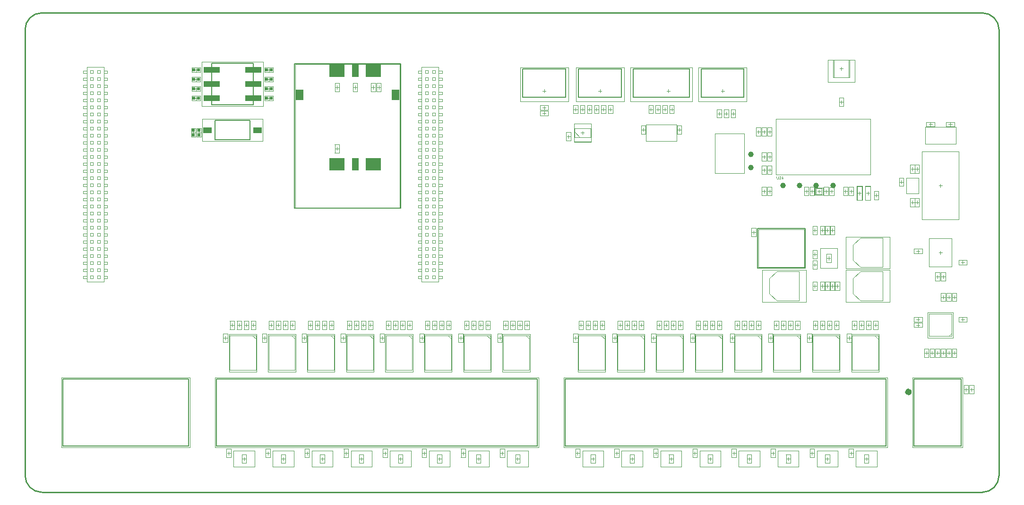
<source format=gbp>
G04*
G04 #@! TF.GenerationSoftware,Altium Limited,Altium Designer,20.0.13 (296)*
G04*
G04 Layer_Color=128*
%FSLAX25Y25*%
%MOIN*%
G70*
G01*
G75*
%ADD10C,0.00787*%
%ADD11C,0.00394*%
%ADD12C,0.03937*%
%ADD15C,0.00500*%
%ADD18C,0.00197*%
%ADD19C,0.01000*%
%ADD20C,0.00079*%
%ADD21C,0.00394*%
%ADD41R,0.02047X0.01850*%
%ADD51R,0.01850X0.02047*%
%ADD109C,0.03937*%
%ADD110R,0.11811X0.03937*%
%ADD111R,0.05906X0.04331*%
%ADD112R,0.11024X0.08661*%
%ADD113R,0.04724X0.08661*%
%ADD114R,0.05709X0.07677*%
G36*
X519893Y210006D02*
Y210002D01*
Y209992D01*
Y209976D01*
X519891Y209955D01*
Y209930D01*
X519889Y209901D01*
X519887Y209868D01*
X519884Y209831D01*
X519880Y209794D01*
X519875Y209754D01*
X519863Y209673D01*
X519845Y209594D01*
X519835Y209558D01*
X519823Y209523D01*
Y209521D01*
X519819Y209516D01*
X519816Y209505D01*
X519809Y209493D01*
X519802Y209477D01*
X519791Y209460D01*
X519781Y209440D01*
X519767Y209419D01*
X519751Y209397D01*
X519732Y209374D01*
X519712Y209349D01*
X519690Y209325D01*
X519663Y209300D01*
X519637Y209278D01*
X519607Y209253D01*
X519574Y209232D01*
X519572Y209230D01*
X519565Y209227D01*
X519557Y209222D01*
X519541Y209215D01*
X519523Y209206D01*
X519502Y209197D01*
X519478Y209187D01*
X519448Y209176D01*
X519417Y209166D01*
X519382Y209155D01*
X519341Y209146D01*
X519301Y209138D01*
X519256Y209131D01*
X519208Y209125D01*
X519158Y209122D01*
X519103Y209120D01*
X519075D01*
X519056Y209122D01*
X519032Y209124D01*
X519004Y209125D01*
X518974Y209129D01*
X518939Y209133D01*
X518904Y209138D01*
X518865Y209143D01*
X518788Y209160D01*
X518750Y209173D01*
X518711Y209185D01*
X518675Y209199D01*
X518640Y209216D01*
X518638Y209218D01*
X518633Y209222D01*
X518622Y209227D01*
X518610Y209234D01*
X518596Y209244D01*
X518578Y209257D01*
X518561Y209273D01*
X518542Y209288D01*
X518521Y209308D01*
X518500Y209329D01*
X518477Y209351D01*
X518456Y209378D01*
X518437Y209405D01*
X518417Y209435D01*
X518400Y209467D01*
X518384Y209500D01*
Y209502D01*
X518381Y209509D01*
X518377Y209519D01*
X518372Y209533D01*
X518367Y209553D01*
X518360Y209575D01*
X518353Y209601D01*
X518346Y209633D01*
X518339Y209666D01*
X518332Y209705D01*
X518325Y209747D01*
X518319Y209792D01*
X518314Y209840D01*
X518311Y209892D01*
X518309Y209948D01*
X518307Y210006D01*
Y211171D01*
X518575D01*
Y210008D01*
Y210004D01*
Y209995D01*
Y209983D01*
Y209964D01*
X518577Y209943D01*
Y209918D01*
X518578Y209890D01*
X518580Y209860D01*
X518587Y209798D01*
X518594Y209735D01*
X518601Y209703D01*
X518606Y209673D01*
X518613Y209645D01*
X518622Y209621D01*
Y209619D01*
X518624Y209615D01*
X518627Y209609D01*
X518631Y209600D01*
X518638Y209589D01*
X518643Y209579D01*
X518662Y209551D01*
X518685Y209519D01*
X518713Y209488D01*
X518748Y209456D01*
X518790Y209428D01*
X518792D01*
X518795Y209425D01*
X518802Y209423D01*
X518811Y209418D01*
X518823Y209413D01*
X518837Y209407D01*
X518853Y209402D01*
X518871Y209395D01*
X518892Y209388D01*
X518913Y209383D01*
X518937Y209378D01*
X518963Y209372D01*
X519019Y209365D01*
X519081Y209362D01*
X519093D01*
X519109Y209364D01*
X519128D01*
X519152Y209365D01*
X519180Y209369D01*
X519210Y209372D01*
X519243Y209379D01*
X519277Y209386D01*
X519312Y209395D01*
X519347Y209405D01*
X519382Y209418D01*
X519415Y209434D01*
X519445Y209451D01*
X519474Y209472D01*
X519499Y209495D01*
X519501Y209496D01*
X519504Y209502D01*
X519511Y209509D01*
X519518Y209521D01*
X519529Y209537D01*
X519539Y209558D01*
X519550Y209580D01*
X519562Y209609D01*
X519574Y209642D01*
X519585Y209679D01*
X519595Y209720D01*
X519606Y209768D01*
X519613Y209819D01*
X519620Y209876D01*
X519623Y209939D01*
X519625Y210008D01*
Y211171D01*
X519893D01*
Y210006D01*
D02*
G37*
G36*
X522847Y209864D02*
X523120D01*
Y209636D01*
X522847D01*
Y209154D01*
X522598D01*
Y209636D01*
X521723D01*
Y209864D01*
X522644Y211171D01*
X522847D01*
Y209864D01*
D02*
G37*
G36*
X520934Y211176D02*
X520953D01*
X520978Y211173D01*
X521007Y211170D01*
X521039Y211164D01*
X521072Y211159D01*
X521109Y211150D01*
X521146Y211140D01*
X521184Y211126D01*
X521223Y211110D01*
X521261Y211092D01*
X521298Y211070D01*
X521333Y211045D01*
X521366Y211017D01*
X521368Y211016D01*
X521373Y211010D01*
X521382Y211001D01*
X521392Y210989D01*
X521406Y210974D01*
X521420Y210954D01*
X521434Y210931D01*
X521452Y210907D01*
X521468Y210879D01*
X521482Y210849D01*
X521497Y210816D01*
X521510Y210781D01*
X521520Y210744D01*
X521529Y210704D01*
X521534Y210662D01*
X521536Y210618D01*
Y210616D01*
Y210613D01*
Y210606D01*
Y210597D01*
X521534Y210587D01*
Y210573D01*
X521529Y210543D01*
X521524Y210506D01*
X521515Y210466D01*
X521503Y210422D01*
X521485Y210379D01*
Y210377D01*
X521483Y210373D01*
X521480Y210366D01*
X521476Y210359D01*
X521471Y210347D01*
X521464Y210335D01*
X521455Y210321D01*
X521447Y210305D01*
X521424Y210268D01*
X521396Y210226D01*
X521361Y210181D01*
X521321Y210134D01*
X521319Y210132D01*
X521315Y210128D01*
X521308Y210120D01*
X521300Y210109D01*
X521286Y210097D01*
X521270Y210081D01*
X521252Y210062D01*
X521231Y210041D01*
X521205Y210016D01*
X521177Y209990D01*
X521147Y209960D01*
X521112Y209929D01*
X521076Y209895D01*
X521034Y209859D01*
X520990Y209820D01*
X520941Y209778D01*
X520939Y209776D01*
X520930Y209770D01*
X520920Y209761D01*
X520904Y209749D01*
X520887Y209733D01*
X520867Y209715D01*
X520845Y209696D01*
X520822Y209677D01*
X520773Y209635D01*
X520726Y209593D01*
X520705Y209574D01*
X520684Y209554D01*
X520668Y209539D01*
X520654Y209524D01*
X520650Y209521D01*
X520643Y209514D01*
X520631Y209500D01*
X520617Y209483D01*
X520601Y209463D01*
X520584Y209440D01*
X520566Y209416D01*
X520551Y209391D01*
X521539D01*
Y209154D01*
X520206D01*
Y209155D01*
Y209157D01*
Y209162D01*
Y209169D01*
Y209187D01*
X520208Y209208D01*
X520211Y209234D01*
X520216Y209264D01*
X520223Y209294D01*
X520234Y209325D01*
Y209327D01*
X520236Y209332D01*
X520239Y209339D01*
X520244Y209348D01*
X520250Y209360D01*
X520257Y209376D01*
X520264Y209391D01*
X520274Y209409D01*
X520295Y209451D01*
X520325Y209495D01*
X520358Y209544D01*
X520397Y209593D01*
X520398Y209594D01*
X520402Y209598D01*
X520409Y209607D01*
X520418Y209615D01*
X520430Y209628D01*
X520444Y209644D01*
X520460Y209661D01*
X520479Y209680D01*
X520502Y209701D01*
X520524Y209724D01*
X520552Y209750D01*
X520580Y209776D01*
X520612Y209805D01*
X520645Y209834D01*
X520682Y209866D01*
X520720Y209897D01*
X520722D01*
X520724Y209901D01*
X520734Y209910D01*
X520752Y209924D01*
X520773Y209943D01*
X520801Y209965D01*
X520831Y209992D01*
X520864Y210021D01*
X520899Y210053D01*
X520936Y210086D01*
X520974Y210121D01*
X521011Y210156D01*
X521048Y210193D01*
X521081Y210228D01*
X521112Y210263D01*
X521140Y210295D01*
X521165Y210326D01*
X521167Y210328D01*
X521170Y210333D01*
X521175Y210342D01*
X521182Y210352D01*
X521191Y210366D01*
X521202Y210384D01*
X521212Y210401D01*
X521223Y210422D01*
X521244Y210468D01*
X521263Y210519D01*
X521270Y210545D01*
X521275Y210571D01*
X521279Y210597D01*
X521280Y210624D01*
Y210625D01*
Y210630D01*
Y210637D01*
X521279Y210648D01*
X521277Y210660D01*
X521275Y210676D01*
X521272Y210692D01*
X521268Y210709D01*
X521254Y210750D01*
X521247Y210769D01*
X521237Y210790D01*
X521224Y210811D01*
X521210Y210832D01*
X521195Y210853D01*
X521175Y210872D01*
X521174Y210874D01*
X521170Y210877D01*
X521165Y210881D01*
X521156Y210888D01*
X521146Y210895D01*
X521133Y210904D01*
X521119Y210914D01*
X521102Y210923D01*
X521083Y210931D01*
X521062Y210942D01*
X521039Y210951D01*
X521014Y210958D01*
X520990Y210965D01*
X520962Y210970D01*
X520932Y210972D01*
X520901Y210974D01*
X520883D01*
X520871Y210972D01*
X520857Y210970D01*
X520839Y210968D01*
X520818Y210965D01*
X520797Y210960D01*
X520752Y210947D01*
X520729Y210939D01*
X520705Y210928D01*
X520682Y210916D01*
X520659Y210900D01*
X520636Y210884D01*
X520615Y210865D01*
X520614Y210863D01*
X520610Y210860D01*
X520605Y210855D01*
X520600Y210846D01*
X520591Y210834D01*
X520582Y210821D01*
X520572Y210806D01*
X520563Y210788D01*
X520552Y210767D01*
X520542Y210744D01*
X520533Y210720D01*
X520526Y210694D01*
X520519Y210665D01*
X520514Y210634D01*
X520510Y210602D01*
X520509Y210567D01*
X520253Y210594D01*
Y210597D01*
X520255Y210606D01*
X520257Y210622D01*
X520260Y210641D01*
X520264Y210664D01*
X520271Y210692D01*
X520278Y210721D01*
X520286Y210755D01*
X520299Y210790D01*
X520311Y210825D01*
X520327Y210861D01*
X520346Y210896D01*
X520367Y210933D01*
X520390Y210966D01*
X520418Y210998D01*
X520447Y211028D01*
X520449Y211030D01*
X520456Y211035D01*
X520465Y211042D01*
X520479Y211051D01*
X520496Y211063D01*
X520517Y211075D01*
X520542Y211089D01*
X520570Y211103D01*
X520600Y211117D01*
X520635Y211131D01*
X520673Y211143D01*
X520713Y211156D01*
X520757Y211164D01*
X520804Y211171D01*
X520853Y211176D01*
X520906Y211178D01*
X520918D01*
X520934Y211176D01*
D02*
G37*
%LPC*%
G36*
X522598Y210772D02*
X521966Y209864D01*
X522598D01*
Y210772D01*
D02*
G37*
%LPD*%
D10*
X158319Y286854D02*
G03*
X158319Y286854I-394J0D01*
G01*
X504953Y146592D02*
Y174392D01*
X538353D01*
Y146592D02*
Y174392D01*
X504953Y146592D02*
X538353D01*
X456929Y267354D02*
Y287189D01*
X417126D02*
X456929D01*
X417126Y267354D02*
Y287189D01*
Y267354D02*
X456929D01*
X495315D02*
Y287189D01*
X465256D02*
X495315D01*
X465256Y267354D02*
Y287189D01*
Y267354D02*
X495315D01*
X178300Y188704D02*
Y291004D01*
Y188704D02*
X253000D01*
Y291004D01*
X178300D02*
X253000D01*
X378642Y267354D02*
X408701D01*
X378642D02*
Y287189D01*
X408701D01*
Y267354D02*
Y287189D01*
X339271Y267354D02*
X369331D01*
X339271D02*
Y287189D01*
X369331D01*
Y267354D02*
Y287189D01*
D11*
X584646Y212598D02*
Y251969D01*
X517717Y212598D02*
X584646D01*
X517717Y251969D02*
X584646D01*
X517717Y212598D02*
Y251969D01*
X641858Y147580D02*
Y167380D01*
X625858Y147580D02*
X641858D01*
X625858D02*
Y167380D01*
X641858D01*
X609973Y199124D02*
X618373D01*
Y210324D01*
X609973D02*
X618373D01*
X609973Y199124D02*
Y210324D01*
X375689Y238976D02*
Y245276D01*
X387106D01*
Y238976D02*
Y245276D01*
X375689Y238976D02*
X387106D01*
X375689Y242717D02*
X379429Y238976D01*
X546260Y198622D02*
X550197D01*
Y202953D01*
X546260D02*
X550197D01*
X546260Y198622D02*
Y202953D01*
X625984Y98425D02*
X641732D01*
X625984D02*
Y114173D01*
X641732D01*
Y98425D02*
Y114173D01*
X639764Y98425D02*
X641732Y100394D01*
X644658Y234258D02*
Y246058D01*
X623158Y234258D02*
X644658D01*
X623158D02*
Y246058D01*
X644658D01*
X587850Y98673D02*
X589968Y96555D01*
X590009Y74514D02*
Y98714D01*
X571409D02*
X590009D01*
X571409Y74514D02*
Y98714D01*
Y74514D02*
X590009D01*
X558858Y281299D02*
Y293504D01*
Y281299D02*
X569095D01*
Y293504D01*
X558858D02*
X569095D01*
X577461Y167913D02*
X593110D01*
X572244Y162697D02*
X577461Y167913D01*
X572244Y152264D02*
Y162697D01*
Y152264D02*
X577461Y147047D01*
X593110D01*
Y167913D01*
X518405Y144291D02*
X534055D01*
X513189Y139075D02*
X518405Y144291D01*
X513189Y128642D02*
Y139075D01*
Y128642D02*
X518405Y123425D01*
X534055D01*
Y144291D01*
X577461D02*
X593110D01*
X572244Y139075D02*
X577461Y144291D01*
X572244Y128642D02*
Y139075D01*
Y128642D02*
X577461Y123425D01*
X593110D01*
Y144291D01*
X148873Y98673D02*
X150991Y96555D01*
X151032Y74514D02*
Y98714D01*
X132432D02*
X151032D01*
X132432Y74514D02*
Y98714D01*
Y74514D02*
X151032D01*
X176432Y98673D02*
X178550Y96555D01*
X178591Y74514D02*
Y98714D01*
X159991D02*
X178591D01*
X159991Y74514D02*
Y98714D01*
Y74514D02*
X178591D01*
X203991Y98673D02*
X206109Y96555D01*
X206150Y74514D02*
Y98714D01*
X187550D02*
X206150D01*
X187550Y74514D02*
Y98714D01*
Y74514D02*
X206150D01*
X231550Y98673D02*
X233668Y96555D01*
X233710Y74514D02*
Y98714D01*
X215109D02*
X233710D01*
X215109Y74514D02*
Y98714D01*
Y74514D02*
X233710D01*
X259109Y98673D02*
X261228Y96555D01*
X261268Y74514D02*
Y98714D01*
X242669D02*
X261268D01*
X242669Y74514D02*
Y98714D01*
Y74514D02*
X261268D01*
X286668Y98673D02*
X288787Y96555D01*
X288828Y74514D02*
Y98714D01*
X270228D02*
X288828D01*
X270228Y74514D02*
Y98714D01*
Y74514D02*
X288828D01*
X314228Y98673D02*
X316346Y96555D01*
X316387Y74514D02*
Y98714D01*
X297787D02*
X316387D01*
X297787Y74514D02*
Y98714D01*
Y74514D02*
X316387D01*
X341787Y98673D02*
X343905Y96555D01*
X343946Y74514D02*
Y98714D01*
X325346D02*
X343946D01*
X325346Y74514D02*
Y98714D01*
Y74514D02*
X343946D01*
X394936Y98673D02*
X397054Y96555D01*
X397095Y74514D02*
Y98714D01*
X378495D02*
X397095D01*
X378495Y74514D02*
Y98714D01*
Y74514D02*
X397095D01*
X422495Y98673D02*
X424613Y96555D01*
X424654Y74514D02*
Y98714D01*
X406054D02*
X424654D01*
X406054Y74514D02*
Y98714D01*
Y74514D02*
X424654D01*
X450054Y98673D02*
X452173Y96555D01*
X452213Y74514D02*
Y98714D01*
X433613D02*
X452213D01*
X433613Y74514D02*
Y98714D01*
Y74514D02*
X452213D01*
X477613Y98673D02*
X479732Y96555D01*
X479772Y74514D02*
Y98714D01*
X461172D02*
X479772D01*
X461172Y74514D02*
Y98714D01*
Y74514D02*
X479772D01*
X505172Y98673D02*
X507291Y96555D01*
X507332Y74514D02*
Y98714D01*
X488731D02*
X507332D01*
X488731Y74514D02*
Y98714D01*
Y74514D02*
X507332D01*
X532731Y98673D02*
X534850Y96555D01*
X534891Y74514D02*
Y98714D01*
X516291D02*
X534891D01*
X516291Y74514D02*
Y98714D01*
Y74514D02*
X534891D01*
X560290Y98673D02*
X562409Y96555D01*
X562450Y74514D02*
Y98714D01*
X543850D02*
X562450D01*
X543850Y74514D02*
Y98714D01*
Y74514D02*
X562450D01*
X447808Y236226D02*
Y248026D01*
X426308Y236226D02*
X447808D01*
X426308D02*
Y248026D01*
X447808D01*
X641858Y147580D02*
Y167380D01*
X625858Y147580D02*
X641858D01*
X625858D02*
Y167380D01*
X641858D01*
X505553Y147192D02*
Y173792D01*
Y147192D02*
X537753D01*
Y173792D01*
X505553D02*
X537753D01*
X474938Y241638D02*
X495338D01*
X474938Y213638D02*
Y241638D01*
Y213638D02*
X495338D01*
Y241638D01*
D12*
X611647Y59055D02*
G03*
X611647Y59055I-394J0D01*
G01*
D15*
X369094Y68110D02*
X595472D01*
Y20866D02*
Y68110D01*
X369094Y20866D02*
X595472D01*
X369094D02*
Y68110D01*
X14764Y20866D02*
Y68110D01*
Y20866D02*
X103347D01*
Y68110D01*
X14764D02*
X103347D01*
X615158D02*
X648622D01*
Y20866D02*
Y68110D01*
X615158Y20866D02*
X648622D01*
X615158D02*
Y68110D01*
X149067Y261933D02*
Y291067D01*
X119933Y261933D02*
X149067D01*
X119933D02*
Y291067D01*
X149067D01*
X122295Y237032D02*
X146705D01*
Y250969D01*
X122295D02*
X146705D01*
X122295Y237032D02*
Y250969D01*
X123031Y68110D02*
X349410D01*
Y20866D02*
Y68110D01*
X123031Y20866D02*
X349410D01*
X123031D02*
Y68110D01*
D18*
X549218Y146643D02*
X561018D01*
X549218Y160443D02*
X561018D01*
X549218Y146643D02*
Y160443D01*
X561018Y146643D02*
Y160443D01*
X646858Y180724D02*
Y228824D01*
X620858Y180724D02*
X646858D01*
X620858Y228824D02*
X646858D01*
X620858Y180724D02*
Y228824D01*
X562402Y266732D02*
X565551D01*
X562402Y260827D02*
X565551D01*
Y266732D01*
X562402Y260827D02*
Y266732D01*
X574293Y17511D02*
X589093D01*
X574293Y6111D02*
X589093D01*
Y17511D01*
X574293Y6111D02*
Y17511D01*
X555512Y203661D02*
X558661D01*
X555512Y197756D02*
X558661D01*
Y203661D01*
X555512Y197756D02*
Y203661D01*
X580977Y194580D02*
X584377D01*
Y204180D01*
X580977Y194580D02*
Y204180D01*
X584377D01*
X351378Y258268D02*
X357283D01*
X351378Y261417D02*
X357283D01*
Y258268D02*
Y261417D01*
X351378Y258268D02*
Y261417D01*
X417126Y287653D02*
X456929D01*
X417126Y267354D02*
X456929D01*
X417126D02*
Y287653D01*
X456929Y267354D02*
Y287653D01*
X465215D02*
X495315D01*
X465215Y267354D02*
X495315D01*
X465215D02*
Y287653D01*
X495315Y267354D02*
Y287653D01*
X558176Y281302D02*
X569876D01*
X558176Y293502D02*
X569876D01*
Y281302D02*
Y293502D01*
X558176Y281302D02*
Y293502D01*
X575072Y204180D02*
X578472D01*
X575072Y194580D02*
Y204180D01*
X578472Y194580D02*
Y204180D01*
X575072Y194580D02*
X578472D01*
X514961Y239882D02*
Y245787D01*
X511811Y239882D02*
Y245787D01*
X514961D01*
X511811Y239882D02*
X514961D01*
X127925Y100138D02*
X131075D01*
X127925Y94232D02*
X131075D01*
Y100138D01*
X127925Y94232D02*
Y100138D01*
X137657Y109252D02*
X140807D01*
X137657Y103347D02*
X140807D01*
Y109252D01*
X137657Y103347D02*
Y109252D01*
X147658D02*
X150807D01*
X147658Y103347D02*
X150807D01*
Y109252D01*
X147658Y103347D02*
Y109252D01*
X155425Y100138D02*
X158575D01*
X155425Y94232D02*
X158575D01*
Y100138D01*
X155425Y94232D02*
Y100138D01*
X165217Y109252D02*
X168366D01*
X165217Y103347D02*
X168366D01*
Y109252D01*
X165217Y103347D02*
Y109252D01*
X175217D02*
X178366D01*
X175217Y103347D02*
X178366D01*
Y109252D01*
X175217Y103347D02*
Y109252D01*
X183425Y100138D02*
X186575D01*
X183425Y94232D02*
X186575D01*
Y100138D01*
X183425Y94232D02*
Y100138D01*
X192776Y109252D02*
X195925D01*
X192776Y103347D02*
X195925D01*
Y109252D01*
X192776Y103347D02*
Y109252D01*
X202776D02*
X205925D01*
X202776Y103347D02*
X205925D01*
Y109252D01*
X202776Y103347D02*
Y109252D01*
X210925Y100138D02*
X214075D01*
X210925Y94232D02*
X214075D01*
Y100138D01*
X210925Y94232D02*
Y100138D01*
X220335Y109252D02*
X223484D01*
X220335Y103347D02*
X223484D01*
Y109252D01*
X220335Y103347D02*
Y109252D01*
X230335D02*
X233484D01*
X230335Y103347D02*
X233484D01*
Y109252D01*
X230335Y103347D02*
Y109252D01*
X238425Y100138D02*
X241575D01*
X238425Y94232D02*
X241575D01*
Y100138D01*
X238425Y94232D02*
Y100138D01*
X247894Y109252D02*
X251043D01*
X247894Y103347D02*
X251043D01*
Y109252D01*
X247894Y103347D02*
Y109252D01*
X257894D02*
X261043D01*
X257894Y103347D02*
X261043D01*
Y109252D01*
X257894Y103347D02*
Y109252D01*
X266425Y100138D02*
X269575D01*
X266425Y94232D02*
X269575D01*
Y100138D01*
X266425Y94232D02*
Y100138D01*
X275453Y109252D02*
X278602D01*
X275453Y103347D02*
X278602D01*
Y109252D01*
X275453Y103347D02*
Y109252D01*
X285453D02*
X288602D01*
X285453Y103347D02*
X288602D01*
Y109252D01*
X285453Y103347D02*
Y109252D01*
X293925Y100138D02*
X297075D01*
X293925Y94232D02*
X297075D01*
Y100138D01*
X293925Y94232D02*
Y100138D01*
X303012Y109252D02*
X306161D01*
X303012Y103347D02*
X306161D01*
Y109252D01*
X303012Y103347D02*
Y109252D01*
X313012D02*
X316161D01*
X313012Y103347D02*
X316161D01*
Y109252D01*
X313012Y103347D02*
Y109252D01*
X321425Y100138D02*
X324575D01*
X321425Y94232D02*
X324575D01*
Y100138D01*
X321425Y94232D02*
Y100138D01*
X330571Y109252D02*
X333720D01*
X330571Y103347D02*
X333720D01*
Y109252D01*
X330571Y103347D02*
Y109252D01*
X340571D02*
X343721D01*
X340571Y103347D02*
X343721D01*
Y109252D01*
X340571Y103347D02*
Y109252D01*
X374925Y100138D02*
X378075D01*
X374925Y94232D02*
X378075D01*
Y100138D01*
X374925Y94232D02*
Y100138D01*
X383720Y109252D02*
X386870D01*
X383720Y103347D02*
X386870D01*
Y109252D01*
X383720Y103347D02*
Y109252D01*
X393721D02*
X396870D01*
X393721Y103347D02*
X396870D01*
Y109252D01*
X393721Y103347D02*
Y109252D01*
X402425Y100138D02*
X405575D01*
X402425Y94232D02*
X405575D01*
Y100138D01*
X402425Y94232D02*
Y100138D01*
X411279Y109252D02*
X414429D01*
X411279Y103347D02*
X414429D01*
Y109252D01*
X411279Y103347D02*
Y109252D01*
X421279D02*
X424429D01*
X421279Y103347D02*
X424429D01*
Y109252D01*
X421279Y103347D02*
Y109252D01*
X429925Y100138D02*
X433075D01*
X429925Y94232D02*
X433075D01*
Y100138D01*
X429925Y94232D02*
Y100138D01*
X438839Y109252D02*
X441988D01*
X438839Y103347D02*
X441988D01*
Y109252D01*
X438839Y103347D02*
Y109252D01*
X448839D02*
X451988D01*
X448839Y103347D02*
X451988D01*
Y109252D01*
X448839Y103347D02*
Y109252D01*
X457425Y100138D02*
X460575D01*
X457425Y94232D02*
X460575D01*
Y100138D01*
X457425Y94232D02*
Y100138D01*
X466398Y109252D02*
X469547D01*
X466398Y103347D02*
X469547D01*
Y109252D01*
X466398Y103347D02*
Y109252D01*
X476398D02*
X479547D01*
X476398Y103347D02*
X479547D01*
Y109252D01*
X476398Y103347D02*
Y109252D01*
X485425Y100138D02*
X488575D01*
X485425Y94232D02*
X488575D01*
Y100138D01*
X485425Y94232D02*
Y100138D01*
X493957Y109252D02*
X497106D01*
X493957Y103347D02*
X497106D01*
Y109252D01*
X493957Y103347D02*
Y109252D01*
X503957D02*
X507106D01*
X503957Y103347D02*
X507106D01*
Y109252D01*
X503957Y103347D02*
Y109252D01*
X512425Y100138D02*
X515575D01*
X512425Y94232D02*
X515575D01*
Y100138D01*
X512425Y94232D02*
Y100138D01*
X521516Y109252D02*
X524665D01*
X521516Y103347D02*
X524665D01*
Y109252D01*
X521516Y103347D02*
Y109252D01*
X531516D02*
X534665D01*
X531516Y103347D02*
X534665D01*
Y109252D01*
X531516Y103347D02*
Y109252D01*
X539925Y100138D02*
X543075D01*
X539925Y94232D02*
X543075D01*
Y100138D01*
X539925Y94232D02*
Y100138D01*
X549075Y109252D02*
X552224D01*
X549075Y103347D02*
X552224D01*
Y109252D01*
X549075Y103347D02*
Y109252D01*
X559075D02*
X562224D01*
X559075Y103347D02*
X562224D01*
Y109252D01*
X559075Y103347D02*
Y109252D01*
X567925Y100138D02*
X571075D01*
X567925Y94232D02*
X571075D01*
Y100138D01*
X567925Y94232D02*
Y100138D01*
X576634Y109252D02*
X579783D01*
X576634Y103347D02*
X579783D01*
Y109252D01*
X576634Y103347D02*
Y109252D01*
X586634D02*
X589783D01*
X586634Y103347D02*
X589783D01*
Y109252D01*
X586634Y103347D02*
Y109252D01*
X206669Y233839D02*
X209819D01*
X206669Y227933D02*
X209819D01*
Y233839D01*
X206669Y227933D02*
Y233839D01*
X206669Y271240D02*
X209819D01*
X206669Y277146D02*
X209819D01*
X206669Y271240D02*
Y277146D01*
X209819Y271240D02*
Y277146D01*
X219425Y271240D02*
X222575D01*
X219425Y277146D02*
X222575D01*
X219425Y271240D02*
Y277146D01*
X222575Y271240D02*
Y277146D01*
X236118Y271240D02*
X239268D01*
X236118Y277146D02*
X239268D01*
X236118Y271240D02*
Y277146D01*
X239268Y271240D02*
Y277146D01*
X232181Y271240D02*
X235331D01*
X232181Y277146D02*
X235331D01*
X232181Y271240D02*
Y277146D01*
X235331Y271240D02*
Y277146D01*
X392815Y255736D02*
Y261642D01*
X389665Y255736D02*
Y261642D01*
X392815D01*
X389665Y255736D02*
X392815D01*
X373130Y236535D02*
Y242441D01*
X369980Y236535D02*
Y242441D01*
X373130D01*
X369980Y236535D02*
X373130D01*
X378051Y255736D02*
Y261642D01*
X374902Y255736D02*
Y261642D01*
X378051D01*
X374902Y255736D02*
X378051D01*
X422736Y241319D02*
Y247224D01*
X425886Y241319D02*
Y247224D01*
X422736Y241319D02*
X425886D01*
X422736Y247224D02*
X425886D01*
X448130Y241319D02*
Y247224D01*
X451279Y241319D02*
Y247224D01*
X448130Y241319D02*
X451279D01*
X448130Y247224D02*
X451279D01*
X481201Y258642D02*
X484350D01*
X481201Y252736D02*
X484350D01*
Y258642D01*
X481201Y252736D02*
Y258642D01*
X500591Y168799D02*
Y174705D01*
X503740Y168799D02*
Y174705D01*
X500591Y168799D02*
X503740D01*
X500591Y174705D02*
X503740D01*
X556021Y170276D02*
Y176181D01*
X559171Y170276D02*
Y176181D01*
X556021Y170276D02*
X559171D01*
X556021Y176181D02*
X559171D01*
X543701Y153268D02*
Y159173D01*
X546850Y153268D02*
Y159173D01*
X543701Y153268D02*
X546850D01*
X543701Y159173D02*
X546850D01*
X559171Y130905D02*
Y136811D01*
X556021Y130905D02*
Y136811D01*
X559171D01*
X556021Y130905D02*
X559171D01*
X555694D02*
Y136811D01*
X552545Y130905D02*
Y136811D01*
X555694D01*
X552545Y130905D02*
X555694D01*
X552545Y170276D02*
Y176181D01*
X555694Y170276D02*
Y176181D01*
X552545Y170276D02*
X555694D01*
X552545Y176181D02*
X555694D01*
X543701Y170276D02*
Y176181D01*
X546850Y170276D02*
Y176181D01*
X543701Y170276D02*
X546850D01*
X543701Y176181D02*
X546850D01*
Y145945D02*
Y151850D01*
X543701Y145945D02*
Y151850D01*
X546850D01*
X543701Y145945D02*
X546850D01*
X630315Y83661D02*
Y89567D01*
X633465Y83661D02*
Y89567D01*
X630315Y83661D02*
X633465D01*
X630315Y89567D02*
X633465D01*
X634252Y83661D02*
Y89567D01*
X637402Y83661D02*
Y89567D01*
X634252Y83661D02*
X637402D01*
X634252Y89567D02*
X637402D01*
X638189Y83661D02*
Y89567D01*
X641339Y83661D02*
Y89567D01*
X638189Y83661D02*
X641339D01*
X638189Y89567D02*
X641339D01*
X642126Y83661D02*
Y89567D01*
X645276Y83661D02*
Y89567D01*
X642126Y83661D02*
X645276D01*
X642126Y89567D02*
X645276D01*
X626378Y83661D02*
Y89567D01*
X629528Y83661D02*
Y89567D01*
X626378Y83661D02*
X629528D01*
X626378Y89567D02*
X629528D01*
X622441Y83661D02*
Y89567D01*
X625591Y83661D02*
Y89567D01*
X622441Y83661D02*
X625591D01*
X622441Y89567D02*
X625591D01*
X654315Y57795D02*
Y63701D01*
X657465Y57795D02*
Y63701D01*
X654315Y57795D02*
X657465D01*
X654315Y63701D02*
X657465D01*
X645276Y123031D02*
Y128937D01*
X642126Y123031D02*
Y128937D01*
X645276D01*
X642126Y123031D02*
X645276D01*
X637402D02*
Y128937D01*
X634252Y123031D02*
Y128937D01*
X637402D01*
X634252Y123031D02*
X637402D01*
X641339D02*
Y128937D01*
X638189Y123031D02*
Y128937D01*
X641339D01*
X638189Y123031D02*
X641339D01*
X604724Y204409D02*
Y210315D01*
X607874Y204409D02*
Y210315D01*
X604724Y204409D02*
X607874D01*
X604724Y210315D02*
X607874D01*
X637874Y249606D02*
X643780D01*
X637874Y246457D02*
X643780D01*
X637874D02*
Y249606D01*
X643780Y246457D02*
Y249606D01*
X623937Y246457D02*
X629843D01*
X623937Y249606D02*
X629843D01*
Y246457D02*
Y249606D01*
X623937Y246457D02*
Y249606D01*
X351378Y254331D02*
X357283D01*
X351378Y257480D02*
X357283D01*
Y254331D02*
Y257480D01*
X351378Y254331D02*
Y257480D01*
X615748Y213583D02*
Y219488D01*
X618898Y213583D02*
Y219488D01*
X615748Y213583D02*
X618898D01*
X615748Y219488D02*
X618898D01*
X615158Y156890D02*
X621063D01*
X615158Y160039D02*
X621063D01*
Y156890D02*
Y160039D01*
X615158Y156890D02*
Y160039D01*
X590158Y195020D02*
Y200925D01*
X587008Y195020D02*
Y200925D01*
X590158D01*
X587008Y195020D02*
X590158D01*
X569291Y197835D02*
Y203740D01*
X572441Y197835D02*
Y203740D01*
X569291Y197835D02*
X572441D01*
X569291Y203740D02*
X572441D01*
X568504Y197835D02*
Y203740D01*
X565354Y197835D02*
Y203740D01*
X568504D01*
X565354Y197835D02*
X568504D01*
X511811D02*
Y203740D01*
X514961Y197835D02*
Y203740D01*
X511811Y197835D02*
X514961D01*
X511811Y203740D02*
X514961D01*
X541732Y197835D02*
Y203740D01*
X544882Y197835D02*
Y203740D01*
X541732Y197835D02*
X544882D01*
X541732Y203740D02*
X544882D01*
X135317Y17511D02*
X150117D01*
X135317Y6111D02*
X150117D01*
Y17511D01*
X135317Y6111D02*
Y17511D01*
X162876D02*
X177676D01*
X162876Y6111D02*
X177676D01*
Y17511D01*
X162876Y6111D02*
Y17511D01*
X190435D02*
X205235D01*
X190435Y6111D02*
X205235D01*
Y17511D01*
X190435Y6111D02*
Y17511D01*
X217994D02*
X232794D01*
X217994Y6111D02*
X232794D01*
Y17511D01*
X217994Y6111D02*
Y17511D01*
X245553D02*
X260353D01*
X245553Y6111D02*
X260353D01*
Y17511D01*
X245553Y6111D02*
Y17511D01*
X273112D02*
X287912D01*
X273112Y6111D02*
X287912D01*
Y17511D01*
X273112Y6111D02*
Y17511D01*
X300671D02*
X315471D01*
X300671Y6111D02*
X315471D01*
Y17511D01*
X300671Y6111D02*
Y17511D01*
X328230D02*
X343030D01*
X328230Y6111D02*
X343030D01*
Y17511D01*
X328230Y6111D02*
Y17511D01*
X381380D02*
X396180D01*
X381380Y6111D02*
X396180D01*
Y17511D01*
X381380Y6111D02*
Y17511D01*
X408939D02*
X423739D01*
X408939Y6111D02*
X423739D01*
Y17511D01*
X408939Y6111D02*
Y17511D01*
X436498D02*
X451298D01*
X436498Y6111D02*
X451298D01*
Y17511D01*
X436498Y6111D02*
Y17511D01*
X464057D02*
X478857D01*
X464057Y6111D02*
X478857D01*
Y17511D01*
X464057Y6111D02*
Y17511D01*
X491616D02*
X506416D01*
X491616Y6111D02*
X506416D01*
Y17511D01*
X491616Y6111D02*
Y17511D01*
X519175D02*
X533975D01*
X519175Y6111D02*
X533975D01*
Y17511D01*
X519175Y6111D02*
Y17511D01*
X546734D02*
X561534D01*
X546734Y6111D02*
X561534D01*
Y17511D01*
X546734Y6111D02*
Y17511D01*
X397736Y255736D02*
Y261642D01*
X394587Y255736D02*
Y261642D01*
X397736D01*
X394587Y255736D02*
X397736D01*
X436122D02*
Y261642D01*
X432972Y255736D02*
Y261642D01*
X436122D01*
X432972Y255736D02*
X436122D01*
X441043D02*
Y261642D01*
X437894Y255736D02*
Y261642D01*
X441043D01*
X437894Y255736D02*
X441043D01*
X476279Y252736D02*
X479429D01*
X476279Y258642D02*
X479429D01*
X476279Y252736D02*
Y258642D01*
X479429Y252736D02*
Y258642D01*
X650378Y57795D02*
Y63701D01*
X653528Y57795D02*
Y63701D01*
X650378Y57795D02*
X653528D01*
X650378Y63701D02*
X653528D01*
X408701Y267354D02*
Y287653D01*
X378601Y267354D02*
Y287653D01*
Y267354D02*
X408701D01*
X378601Y287653D02*
X408701D01*
X369331Y267354D02*
Y287653D01*
X339231Y267354D02*
Y287653D01*
Y267354D02*
X369331D01*
X339231Y287653D02*
X369331D01*
X130315Y12795D02*
Y18701D01*
X133465Y12795D02*
Y18701D01*
X130315Y12795D02*
X133465D01*
X130315Y18701D02*
X133465D01*
X132658Y103347D02*
Y109252D01*
X135807Y103347D02*
Y109252D01*
X132658Y103347D02*
X135807D01*
X132658Y109252D02*
X135807D01*
X142657Y103347D02*
Y109252D01*
X145807Y103347D02*
Y109252D01*
X142657Y103347D02*
X145807D01*
X142657Y109252D02*
X145807D01*
X157874Y12795D02*
Y18701D01*
X161024Y12795D02*
Y18701D01*
X157874Y12795D02*
X161024D01*
X157874Y18701D02*
X161024D01*
X160217Y103347D02*
Y109252D01*
X163366Y103347D02*
Y109252D01*
X160217Y103347D02*
X163366D01*
X160217Y109252D02*
X163366D01*
X170217Y103347D02*
Y109252D01*
X173366Y103347D02*
Y109252D01*
X170217Y103347D02*
X173366D01*
X170217Y109252D02*
X173366D01*
X185433Y12795D02*
Y18701D01*
X188583Y12795D02*
Y18701D01*
X185433Y12795D02*
X188583D01*
X185433Y18701D02*
X188583D01*
X187776Y103347D02*
Y109252D01*
X190925Y103347D02*
Y109252D01*
X187776Y103347D02*
X190925D01*
X187776Y109252D02*
X190925D01*
X197776Y103347D02*
Y109252D01*
X200925Y103347D02*
Y109252D01*
X197776Y103347D02*
X200925D01*
X197776Y109252D02*
X200925D01*
X212992Y12795D02*
Y18701D01*
X216142Y12795D02*
Y18701D01*
X212992Y12795D02*
X216142D01*
X212992Y18701D02*
X216142D01*
X215335Y103347D02*
Y109252D01*
X218484Y103347D02*
Y109252D01*
X215335Y103347D02*
X218484D01*
X215335Y109252D02*
X218484D01*
X225335Y103347D02*
Y109252D01*
X228484Y103347D02*
Y109252D01*
X225335Y103347D02*
X228484D01*
X225335Y109252D02*
X228484D01*
X240551Y12795D02*
Y18701D01*
X243701Y12795D02*
Y18701D01*
X240551Y12795D02*
X243701D01*
X240551Y18701D02*
X243701D01*
X242894Y103347D02*
Y109252D01*
X246043Y103347D02*
Y109252D01*
X242894Y103347D02*
X246043D01*
X242894Y109252D02*
X246043D01*
X252894Y103347D02*
Y109252D01*
X256043Y103347D02*
Y109252D01*
X252894Y103347D02*
X256043D01*
X252894Y109252D02*
X256043D01*
X268110Y12795D02*
Y18701D01*
X271260Y12795D02*
Y18701D01*
X268110Y12795D02*
X271260D01*
X268110Y18701D02*
X271260D01*
X270453Y103347D02*
Y109252D01*
X273602Y103347D02*
Y109252D01*
X270453Y103347D02*
X273602D01*
X270453Y109252D02*
X273602D01*
X280453Y103347D02*
Y109252D01*
X283602Y103347D02*
Y109252D01*
X280453Y103347D02*
X283602D01*
X280453Y109252D02*
X283602D01*
X295669Y12795D02*
Y18701D01*
X298819Y12795D02*
Y18701D01*
X295669Y12795D02*
X298819D01*
X295669Y18701D02*
X298819D01*
X298012Y103347D02*
Y109252D01*
X301161Y103347D02*
Y109252D01*
X298012Y103347D02*
X301161D01*
X298012Y109252D02*
X301161D01*
X308012Y103347D02*
Y109252D01*
X311161Y103347D02*
Y109252D01*
X308012Y103347D02*
X311161D01*
X308012Y109252D02*
X311161D01*
X323228Y12795D02*
Y18701D01*
X326378Y12795D02*
Y18701D01*
X323228Y12795D02*
X326378D01*
X323228Y18701D02*
X326378D01*
X325571Y103347D02*
Y109252D01*
X328720Y103347D02*
Y109252D01*
X325571Y103347D02*
X328720D01*
X325571Y109252D02*
X328720D01*
X335571Y103347D02*
Y109252D01*
X338720Y103347D02*
Y109252D01*
X335571Y103347D02*
X338720D01*
X335571Y109252D02*
X338720D01*
X376378Y12795D02*
Y18701D01*
X379528Y12795D02*
Y18701D01*
X376378Y12795D02*
X379528D01*
X376378Y18701D02*
X379528D01*
X378720Y103347D02*
Y109252D01*
X381870Y103347D02*
Y109252D01*
X378720Y103347D02*
X381870D01*
X378720Y109252D02*
X381870D01*
X388720Y103347D02*
Y109252D01*
X391870Y103347D02*
Y109252D01*
X388720Y103347D02*
X391870D01*
X388720Y109252D02*
X391870D01*
X403937Y12795D02*
Y18701D01*
X407087Y12795D02*
Y18701D01*
X403937Y12795D02*
X407087D01*
X403937Y18701D02*
X407087D01*
X406280Y103347D02*
Y109252D01*
X409429Y103347D02*
Y109252D01*
X406280Y103347D02*
X409429D01*
X406280Y109252D02*
X409429D01*
X416280Y103347D02*
Y109252D01*
X419429Y103347D02*
Y109252D01*
X416280Y103347D02*
X419429D01*
X416280Y109252D02*
X419429D01*
X431496Y12795D02*
Y18701D01*
X434646Y12795D02*
Y18701D01*
X431496Y12795D02*
X434646D01*
X431496Y18701D02*
X434646D01*
X433839Y103347D02*
Y109252D01*
X436988Y103347D02*
Y109252D01*
X433839Y103347D02*
X436988D01*
X433839Y109252D02*
X436988D01*
X443839Y103347D02*
Y109252D01*
X446988Y103347D02*
Y109252D01*
X443839Y103347D02*
X446988D01*
X443839Y109252D02*
X446988D01*
X459055Y12795D02*
Y18701D01*
X462205Y12795D02*
Y18701D01*
X459055Y12795D02*
X462205D01*
X459055Y18701D02*
X462205D01*
X461398Y103347D02*
Y109252D01*
X464547Y103347D02*
Y109252D01*
X461398Y103347D02*
X464547D01*
X461398Y109252D02*
X464547D01*
X471398Y103347D02*
Y109252D01*
X474547Y103347D02*
Y109252D01*
X471398Y103347D02*
X474547D01*
X471398Y109252D02*
X474547D01*
X486614Y12795D02*
Y18701D01*
X489764Y12795D02*
Y18701D01*
X486614Y12795D02*
X489764D01*
X486614Y18701D02*
X489764D01*
X488957Y103347D02*
Y109252D01*
X492106Y103347D02*
Y109252D01*
X488957Y103347D02*
X492106D01*
X488957Y109252D02*
X492106D01*
X498957Y103347D02*
Y109252D01*
X502106Y103347D02*
Y109252D01*
X498957Y103347D02*
X502106D01*
X498957Y109252D02*
X502106D01*
X514173Y12795D02*
Y18701D01*
X517323Y12795D02*
Y18701D01*
X514173Y12795D02*
X517323D01*
X514173Y18701D02*
X517323D01*
X516516Y103347D02*
Y109252D01*
X519665Y103347D02*
Y109252D01*
X516516Y103347D02*
X519665D01*
X516516Y109252D02*
X519665D01*
X526516Y103347D02*
Y109252D01*
X529665Y103347D02*
Y109252D01*
X526516Y103347D02*
X529665D01*
X526516Y109252D02*
X529665D01*
X541732Y12795D02*
Y18701D01*
X544882Y12795D02*
Y18701D01*
X541732Y12795D02*
X544882D01*
X541732Y18701D02*
X544882D01*
X544075Y103347D02*
Y109252D01*
X547224Y103347D02*
Y109252D01*
X544075Y103347D02*
X547224D01*
X544075Y109252D02*
X547224D01*
X554075Y103347D02*
Y109252D01*
X557224Y103347D02*
Y109252D01*
X554075Y103347D02*
X557224D01*
X554075Y109252D02*
X557224D01*
X569291Y12795D02*
Y18701D01*
X572441Y12795D02*
Y18701D01*
X569291Y12795D02*
X572441D01*
X569291Y18701D02*
X572441D01*
X571634Y103347D02*
Y109252D01*
X574784Y103347D02*
Y109252D01*
X571634Y103347D02*
X574784D01*
X571634Y109252D02*
X574784D01*
X581634Y103347D02*
Y109252D01*
X584784Y103347D02*
Y109252D01*
X581634Y103347D02*
X584784D01*
X581634Y109252D02*
X584784D01*
X384744Y261642D02*
X387894D01*
X384744Y255736D02*
X387894D01*
Y261642D01*
X384744Y255736D02*
Y261642D01*
X379823D02*
X382972D01*
X379823Y255736D02*
X382972D01*
Y261642D01*
X379823Y255736D02*
Y261642D01*
X399508Y255736D02*
X402658D01*
X399508Y261642D02*
X402658D01*
X399508Y255736D02*
Y261642D01*
X402658Y255736D02*
Y261642D01*
X428051D02*
X431201D01*
X428051Y255736D02*
X431201D01*
Y261642D01*
X428051Y255736D02*
Y261642D01*
X442815D02*
X445965D01*
X442815Y255736D02*
X445965D01*
Y261642D01*
X442815Y255736D02*
Y261642D01*
X489272Y252736D02*
Y258642D01*
X486122Y252736D02*
Y258642D01*
X489272D01*
X486122Y252736D02*
X489272D01*
X549021Y136811D02*
X552171D01*
X549021Y130905D02*
X552171D01*
Y136811D01*
X549021Y130905D02*
Y136811D01*
X543701Y130905D02*
X546850D01*
X543701Y136811D02*
X546850D01*
X543701Y130905D02*
Y136811D01*
X546850Y130905D02*
Y136811D01*
X549021Y176181D02*
X552171D01*
X549021Y170276D02*
X552171D01*
Y176181D01*
X549021Y170276D02*
Y176181D01*
X559521Y136811D02*
X562671D01*
X559521Y130905D02*
X562671D01*
Y136811D01*
X559521Y130905D02*
Y136811D01*
X615158Y104724D02*
Y107874D01*
X621063Y104724D02*
Y107874D01*
X615158D02*
X621063D01*
X615158Y104724D02*
X621063D01*
X615158Y108661D02*
Y111811D01*
X621063Y108661D02*
Y111811D01*
X615158D02*
X621063D01*
X615158Y108661D02*
X621063D01*
X652559Y108661D02*
Y111811D01*
X646654Y108661D02*
Y111811D01*
Y108661D02*
X652559D01*
X646654Y111811D02*
X652559D01*
X612598Y213583D02*
X615748D01*
X612598Y219488D02*
X615748D01*
X612598Y213583D02*
Y219488D01*
X615748Y213583D02*
Y219488D01*
X615748Y195866D02*
X618898D01*
X615748Y189961D02*
X618898D01*
Y195866D01*
X615748Y189961D02*
Y195866D01*
X612598D02*
X615748D01*
X612598Y189961D02*
X615748D01*
Y195866D01*
X612598Y189961D02*
Y195866D01*
X630315Y143437D02*
X633465D01*
X630315Y137531D02*
X633465D01*
Y143437D01*
X630315Y137531D02*
Y143437D01*
X634252D02*
X637402D01*
X634252Y137531D02*
X637402D01*
Y143437D01*
X634252Y137531D02*
Y143437D01*
X646654Y149016D02*
Y152165D01*
X652559Y149016D02*
Y152165D01*
X646654D02*
X652559D01*
X646654Y149016D02*
X652559D01*
X507874Y203740D02*
X511024D01*
X507874Y197835D02*
X511024D01*
Y203740D01*
X507874Y197835D02*
Y203740D01*
X551575Y197835D02*
X554724D01*
X551575Y203740D02*
X554724D01*
X551575Y197835D02*
Y203740D01*
X554724Y197835D02*
Y203740D01*
X537795Y197835D02*
X540945D01*
X537795Y203740D02*
X540945D01*
X537795Y197835D02*
Y203740D01*
X540945Y197835D02*
Y203740D01*
X507874Y222165D02*
X511024D01*
X507874Y228071D02*
X511024D01*
X507874Y222165D02*
Y228071D01*
X511024Y222165D02*
Y228071D01*
X507874Y218779D02*
X511024D01*
X507874Y212874D02*
X511024D01*
Y218779D01*
X507874Y212874D02*
Y218779D01*
Y239882D02*
X511024D01*
X507874Y245787D02*
X511024D01*
X507874Y239882D02*
Y245787D01*
X511024Y239882D02*
Y245787D01*
X503937D02*
X507087D01*
X503937Y239882D02*
X507087D01*
Y245787D01*
X503937Y239882D02*
Y245787D01*
X511811Y228071D02*
X514961D01*
X511811Y222165D02*
X514961D01*
Y228071D01*
X511811Y222165D02*
Y228071D01*
Y212874D02*
X514961D01*
X511811Y218779D02*
X514961D01*
X511811Y212874D02*
Y218779D01*
X514961Y212874D02*
Y218779D01*
X178800Y290504D02*
X252400D01*
X178800Y189304D02*
X252400D01*
X178800D02*
Y290504D01*
X252400Y189304D02*
Y290504D01*
X111862Y284925D02*
Y288075D01*
X105957Y284925D02*
Y288075D01*
X111862D01*
X105957Y284925D02*
X111862D01*
X157138Y264925D02*
Y268075D01*
X163043Y264925D02*
Y268075D01*
X157138Y264925D02*
X163043D01*
X157138Y268075D02*
X163043D01*
X111862Y264925D02*
Y268075D01*
X105957Y264925D02*
Y268075D01*
X111862D01*
X105957Y264925D02*
X111862D01*
X157138Y284925D02*
Y288075D01*
X163043Y284925D02*
Y288075D01*
X157138Y284925D02*
X163043D01*
X157138Y288075D02*
X163043D01*
X109303Y245260D02*
X112453D01*
X109303Y239354D02*
X112453D01*
X109303D02*
Y245260D01*
X112453Y239354D02*
Y245260D01*
X105957Y281408D02*
X111862D01*
X105957Y278258D02*
X111862D01*
Y281408D01*
X105957Y278258D02*
Y281408D01*
X157138Y271592D02*
X163043D01*
X157138Y274742D02*
X163043D01*
X157138Y271592D02*
Y274742D01*
X163043Y271592D02*
Y274742D01*
X105957Y274741D02*
X111862D01*
X105957Y271592D02*
X111862D01*
Y274741D01*
X105957Y271592D02*
Y274741D01*
X157138Y278258D02*
X163043D01*
X157138Y281408D02*
X163043D01*
X157138Y278258D02*
Y281408D01*
X163043Y278258D02*
Y281408D01*
X105366Y239354D02*
Y245260D01*
X108516Y239354D02*
Y245260D01*
X105366D02*
X108516D01*
X105366Y239354D02*
X108516D01*
X625858Y167380D02*
X641858D01*
X625858Y147580D02*
Y167380D01*
Y147580D02*
X641858D01*
Y167380D01*
X633858Y156299D02*
Y158661D01*
X632677Y157480D02*
X635039D01*
X561018Y146643D02*
Y160443D01*
X549218Y146643D02*
X561018D01*
X549218Y160443D02*
X561018D01*
X549218Y146643D02*
Y160443D01*
X555118Y152362D02*
Y154724D01*
X553937Y153543D02*
X556299D01*
X380217Y242126D02*
X382579D01*
X381398Y240945D02*
Y243307D01*
X375398Y235626D02*
Y248526D01*
X387398D01*
Y235626D02*
Y248526D01*
X375398Y235626D02*
X387398D01*
X547047Y200787D02*
X549409D01*
X548228Y199606D02*
Y201969D01*
X545228Y198287D02*
Y203287D01*
X551228D01*
Y198287D02*
Y203287D01*
X545228Y198287D02*
X551228D01*
X620858Y180724D02*
X646858D01*
X620858Y228824D02*
X646858D01*
X620858Y180724D02*
Y228824D01*
X646858Y180724D02*
Y228824D01*
X633858Y203543D02*
Y205906D01*
X632677Y204724D02*
X635039D01*
X562402Y266732D02*
X565551D01*
X562402Y260827D02*
X565551D01*
Y266732D01*
X562402Y260827D02*
Y266732D01*
X563976Y262598D02*
Y264961D01*
X562795Y263779D02*
X565158D01*
X574293Y17511D02*
X589093D01*
X574293Y6111D02*
X589093D01*
Y17511D01*
X574293Y6111D02*
Y17511D01*
X581693Y10630D02*
Y12992D01*
X580512Y11811D02*
X582874D01*
X555512Y203661D02*
X558661D01*
X555512Y197756D02*
X558661D01*
Y203661D01*
X555512Y197756D02*
Y203661D01*
X557087Y199528D02*
Y201890D01*
X555905Y200709D02*
X558268D01*
X584577Y194380D02*
Y204380D01*
X580777D02*
X584577D01*
X580777Y194380D02*
X584577D01*
X580777D02*
Y204380D01*
X582677Y198199D02*
Y200561D01*
X581496Y199380D02*
X583858D01*
X354331Y258661D02*
Y261024D01*
X353150Y259842D02*
X355512D01*
X351378Y258268D02*
X357283D01*
X351378Y261417D02*
X357283D01*
Y258268D02*
Y261417D01*
X351378Y258268D02*
Y261417D01*
X458929Y264054D02*
Y288053D01*
X415158D02*
X458929D01*
X415158Y264054D02*
Y288053D01*
Y264054D02*
X458929D01*
X440748Y271654D02*
X443110D01*
X441929Y270472D02*
Y272835D01*
X497315Y264054D02*
Y288053D01*
X463315D02*
X497315D01*
X463315Y264054D02*
Y288053D01*
Y264054D02*
X497315D01*
X479134Y271654D02*
X481496D01*
X480315Y270472D02*
Y272835D01*
X554576Y277802D02*
Y293502D01*
Y277802D02*
X573376D01*
Y293502D01*
X554576D02*
X573376D01*
X562795Y287402D02*
X565158D01*
X563976Y286221D02*
Y288583D01*
X574872Y194380D02*
Y204380D01*
Y194380D02*
X578672D01*
X574872Y204380D02*
X578672D01*
Y194380D02*
Y204380D01*
X576772Y198199D02*
Y200561D01*
X575591Y199380D02*
X577953D01*
X512205Y242835D02*
X514567D01*
X513386Y241653D02*
Y244016D01*
X514961Y239882D02*
Y245787D01*
X511811Y239882D02*
Y245787D01*
X514961D01*
X511811Y239882D02*
X514961D01*
X127925Y100138D02*
X131075D01*
X127925Y94232D02*
X131075D01*
Y100138D01*
X127925Y94232D02*
Y100138D01*
X129500Y96004D02*
Y98366D01*
X128319Y97185D02*
X130681D01*
X137657Y109252D02*
X140807D01*
X137657Y103347D02*
X140807D01*
Y109252D01*
X137657Y103347D02*
Y109252D01*
X139232Y105118D02*
Y107480D01*
X138051Y106299D02*
X140413D01*
X147658Y109252D02*
X150807D01*
X147658Y103347D02*
X150807D01*
Y109252D01*
X147658Y103347D02*
Y109252D01*
X149232Y105118D02*
Y107480D01*
X148051Y106299D02*
X150413D01*
X155425Y100138D02*
X158575D01*
X155425Y94232D02*
X158575D01*
Y100138D01*
X155425Y94232D02*
Y100138D01*
X157000Y96004D02*
Y98366D01*
X155819Y97185D02*
X158181D01*
X165217Y109252D02*
X168366D01*
X165217Y103347D02*
X168366D01*
Y109252D01*
X165217Y103347D02*
Y109252D01*
X166791Y105118D02*
Y107480D01*
X165610Y106299D02*
X167973D01*
X175216Y109252D02*
X178366D01*
X175216Y103347D02*
X178366D01*
Y109252D01*
X175216Y103347D02*
Y109252D01*
X176791Y105118D02*
Y107480D01*
X175610Y106299D02*
X177972D01*
X183425Y100138D02*
X186575D01*
X183425Y94232D02*
X186575D01*
Y100138D01*
X183425Y94232D02*
Y100138D01*
X185000Y96004D02*
Y98366D01*
X183819Y97185D02*
X186181D01*
X192776Y109252D02*
X195925D01*
X192776Y103347D02*
X195925D01*
Y109252D01*
X192776Y103347D02*
Y109252D01*
X194350Y105118D02*
Y107480D01*
X193169Y106299D02*
X195531D01*
X202776Y109252D02*
X205925D01*
X202776Y103347D02*
X205925D01*
Y109252D01*
X202776Y103347D02*
Y109252D01*
X204350Y105118D02*
Y107480D01*
X203169Y106299D02*
X205532D01*
X210925Y100138D02*
X214075D01*
X210925Y94232D02*
X214075D01*
Y100138D01*
X210925Y94232D02*
Y100138D01*
X212500Y96004D02*
Y98366D01*
X211319Y97185D02*
X213681D01*
X220335Y109252D02*
X223484D01*
X220335Y103347D02*
X223484D01*
Y109252D01*
X220335Y103347D02*
Y109252D01*
X221909Y105118D02*
Y107480D01*
X220728Y106299D02*
X223091D01*
X230335Y109252D02*
X233484D01*
X230335Y103347D02*
X233484D01*
Y109252D01*
X230335Y103347D02*
Y109252D01*
X231909Y105118D02*
Y107480D01*
X230728Y106299D02*
X233091D01*
X238425Y100138D02*
X241575D01*
X238425Y94232D02*
X241575D01*
Y100138D01*
X238425Y94232D02*
Y100138D01*
X240000Y96004D02*
Y98366D01*
X238819Y97185D02*
X241181D01*
X247894Y109252D02*
X251043D01*
X247894Y103347D02*
X251043D01*
Y109252D01*
X247894Y103347D02*
Y109252D01*
X249468Y105118D02*
Y107480D01*
X248287Y106299D02*
X250650D01*
X257894Y109252D02*
X261043D01*
X257894Y103347D02*
X261043D01*
Y109252D01*
X257894Y103347D02*
Y109252D01*
X259469Y105118D02*
Y107480D01*
X258287Y106299D02*
X260650D01*
X266425Y100138D02*
X269575D01*
X266425Y94232D02*
X269575D01*
Y100138D01*
X266425Y94232D02*
Y100138D01*
X268000Y96004D02*
Y98366D01*
X266819Y97185D02*
X269181D01*
X275453Y109252D02*
X278602D01*
X275453Y103347D02*
X278602D01*
Y109252D01*
X275453Y103347D02*
Y109252D01*
X277028Y105118D02*
Y107480D01*
X275847Y106299D02*
X278209D01*
X285453Y109252D02*
X288602D01*
X285453Y103347D02*
X288602D01*
Y109252D01*
X285453Y103347D02*
Y109252D01*
X287028Y105118D02*
Y107480D01*
X285846Y106299D02*
X288209D01*
X293925Y100138D02*
X297075D01*
X293925Y94232D02*
X297075D01*
Y100138D01*
X293925Y94232D02*
Y100138D01*
X295500Y96004D02*
Y98366D01*
X294319Y97185D02*
X296681D01*
X303012Y109252D02*
X306161D01*
X303012Y103347D02*
X306161D01*
Y109252D01*
X303012Y103347D02*
Y109252D01*
X304587Y105118D02*
Y107480D01*
X303405Y106299D02*
X305768D01*
X313012Y109252D02*
X316161D01*
X313012Y103347D02*
X316161D01*
Y109252D01*
X313012Y103347D02*
Y109252D01*
X314587Y105118D02*
Y107480D01*
X313405Y106299D02*
X315768D01*
X321425Y100138D02*
X324575D01*
X321425Y94232D02*
X324575D01*
Y100138D01*
X321425Y94232D02*
Y100138D01*
X323000Y96004D02*
Y98366D01*
X321819Y97185D02*
X324181D01*
X330571Y109252D02*
X333720D01*
X330571Y103347D02*
X333720D01*
Y109252D01*
X330571Y103347D02*
Y109252D01*
X332146Y105118D02*
Y107480D01*
X330965Y106299D02*
X333327D01*
X340571Y109252D02*
X343721D01*
X340571Y103347D02*
X343721D01*
Y109252D01*
X340571Y103347D02*
Y109252D01*
X342146Y105118D02*
Y107480D01*
X340965Y106299D02*
X343327D01*
X374925Y100138D02*
X378075D01*
X374925Y94232D02*
X378075D01*
Y100138D01*
X374925Y94232D02*
Y100138D01*
X376500Y96004D02*
Y98366D01*
X375319Y97185D02*
X377681D01*
X383720Y109252D02*
X386870D01*
X383720Y103347D02*
X386870D01*
Y109252D01*
X383720Y103347D02*
Y109252D01*
X385295Y105118D02*
Y107480D01*
X384114Y106299D02*
X386476D01*
X393721Y109252D02*
X396870D01*
X393721Y103347D02*
X396870D01*
Y109252D01*
X393721Y103347D02*
Y109252D01*
X395295Y105118D02*
Y107480D01*
X394114Y106299D02*
X396476D01*
X402425Y100138D02*
X405575D01*
X402425Y94232D02*
X405575D01*
Y100138D01*
X402425Y94232D02*
Y100138D01*
X404000Y96004D02*
Y98366D01*
X402819Y97185D02*
X405181D01*
X411279Y109252D02*
X414429D01*
X411279Y103347D02*
X414429D01*
Y109252D01*
X411279Y103347D02*
Y109252D01*
X412854Y105118D02*
Y107480D01*
X411673Y106299D02*
X414035D01*
X421279Y109252D02*
X424429D01*
X421279Y103347D02*
X424429D01*
Y109252D01*
X421279Y103347D02*
Y109252D01*
X422854Y105118D02*
Y107480D01*
X421673Y106299D02*
X424035D01*
X429925Y100138D02*
X433075D01*
X429925Y94232D02*
X433075D01*
Y100138D01*
X429925Y94232D02*
Y100138D01*
X431500Y96004D02*
Y98366D01*
X430319Y97185D02*
X432681D01*
X438839Y109252D02*
X441988D01*
X438839Y103347D02*
X441988D01*
Y109252D01*
X438839Y103347D02*
Y109252D01*
X440413Y105118D02*
Y107480D01*
X439232Y106299D02*
X441595D01*
X448839Y109252D02*
X451988D01*
X448839Y103347D02*
X451988D01*
Y109252D01*
X448839Y103347D02*
Y109252D01*
X450413Y105118D02*
Y107480D01*
X449232Y106299D02*
X451594D01*
X457425Y100138D02*
X460575D01*
X457425Y94232D02*
X460575D01*
Y100138D01*
X457425Y94232D02*
Y100138D01*
X459000Y96004D02*
Y98366D01*
X457819Y97185D02*
X460181D01*
X466398Y109252D02*
X469547D01*
X466398Y103347D02*
X469547D01*
Y109252D01*
X466398Y103347D02*
Y109252D01*
X467973Y105118D02*
Y107480D01*
X466791Y106299D02*
X469153D01*
X476398Y109252D02*
X479547D01*
X476398Y103347D02*
X479547D01*
Y109252D01*
X476398Y103347D02*
Y109252D01*
X477973Y105118D02*
Y107480D01*
X476791Y106299D02*
X479153D01*
X485425Y100138D02*
X488575D01*
X485425Y94232D02*
X488575D01*
Y100138D01*
X485425Y94232D02*
Y100138D01*
X487000Y96004D02*
Y98366D01*
X485819Y97185D02*
X488181D01*
X493957Y109252D02*
X497106D01*
X493957Y103347D02*
X497106D01*
Y109252D01*
X493957Y103347D02*
Y109252D01*
X495532Y105118D02*
Y107480D01*
X494350Y106299D02*
X496713D01*
X503957Y109252D02*
X507106D01*
X503957Y103347D02*
X507106D01*
Y109252D01*
X503957Y103347D02*
Y109252D01*
X505532Y105118D02*
Y107480D01*
X504350Y106299D02*
X506713D01*
X512425Y100138D02*
X515575D01*
X512425Y94232D02*
X515575D01*
Y100138D01*
X512425Y94232D02*
Y100138D01*
X514000Y96004D02*
Y98366D01*
X512819Y97185D02*
X515181D01*
X521516Y109252D02*
X524665D01*
X521516Y103347D02*
X524665D01*
Y109252D01*
X521516Y103347D02*
Y109252D01*
X523091Y105118D02*
Y107480D01*
X521910Y106299D02*
X524272D01*
X531516Y109252D02*
X534665D01*
X531516Y103347D02*
X534665D01*
Y109252D01*
X531516Y103347D02*
Y109252D01*
X533091Y105118D02*
Y107480D01*
X531910Y106299D02*
X534272D01*
X539925Y100138D02*
X543075D01*
X539925Y94232D02*
X543075D01*
Y100138D01*
X539925Y94232D02*
Y100138D01*
X541500Y96004D02*
Y98366D01*
X540319Y97185D02*
X542681D01*
X549075Y109252D02*
X552224D01*
X549075Y103347D02*
X552224D01*
Y109252D01*
X549075Y103347D02*
Y109252D01*
X550650Y105118D02*
Y107480D01*
X549469Y106299D02*
X551831D01*
X559075Y109252D02*
X562224D01*
X559075Y103347D02*
X562224D01*
Y109252D01*
X559075Y103347D02*
Y109252D01*
X560650Y105118D02*
Y107480D01*
X559469Y106299D02*
X561831D01*
X567925Y100138D02*
X571075D01*
X567925Y94232D02*
X571075D01*
Y100138D01*
X567925Y94232D02*
Y100138D01*
X569500Y96004D02*
Y98366D01*
X568319Y97185D02*
X570681D01*
X576634Y109252D02*
X579783D01*
X576634Y103347D02*
X579783D01*
Y109252D01*
X576634Y103347D02*
Y109252D01*
X578209Y105118D02*
Y107480D01*
X577028Y106299D02*
X579390D01*
X586634Y109252D02*
X589783D01*
X586634Y103347D02*
X589783D01*
Y109252D01*
X586634Y103347D02*
Y109252D01*
X588209Y105118D02*
Y107480D01*
X587028Y106299D02*
X589390D01*
X206669Y233839D02*
X209819D01*
X206669Y227933D02*
X209819D01*
Y233839D01*
X206669Y227933D02*
Y233839D01*
X208244Y229705D02*
Y232067D01*
X207063Y230886D02*
X209425D01*
X206669Y271240D02*
X209819D01*
X206669Y277146D02*
X209819D01*
X206669Y271240D02*
Y277146D01*
X209819Y271240D02*
Y277146D01*
X208244Y273012D02*
Y275374D01*
X207063Y274193D02*
X209425D01*
X219425Y271240D02*
X222575D01*
X219425Y277146D02*
X222575D01*
X219425Y271240D02*
Y277146D01*
X222575Y271240D02*
Y277146D01*
X221000Y273012D02*
Y275374D01*
X219819Y274193D02*
X222181D01*
X236118Y271240D02*
X239268D01*
X236118Y277146D02*
X239268D01*
X236118Y271240D02*
Y277146D01*
X239268Y271240D02*
Y277146D01*
X237693Y273012D02*
Y275374D01*
X236512Y274193D02*
X238874D01*
X232181Y271240D02*
X235331D01*
X232181Y277146D02*
X235331D01*
X232181Y271240D02*
Y277146D01*
X235331Y271240D02*
Y277146D01*
X233756Y273012D02*
Y275374D01*
X232575Y274193D02*
X234937D01*
X390059Y258689D02*
X392421D01*
X391240Y257508D02*
Y259870D01*
X392815Y255736D02*
Y261642D01*
X389665Y255736D02*
Y261642D01*
X392815D01*
X389665Y255736D02*
X392815D01*
X370374Y239488D02*
X372736D01*
X371555Y238307D02*
Y240669D01*
X373130Y236535D02*
Y242441D01*
X369980Y236535D02*
Y242441D01*
X373130D01*
X369980Y236535D02*
X373130D01*
X375295Y258689D02*
X377658D01*
X376476Y257508D02*
Y259870D01*
X378051Y255736D02*
Y261642D01*
X374902Y255736D02*
Y261642D01*
X378051D01*
X374902Y255736D02*
X378051D01*
X423130Y244272D02*
X425492D01*
X424311Y243091D02*
Y245453D01*
X422736Y241319D02*
Y247224D01*
X425886Y241319D02*
Y247224D01*
X422736Y241319D02*
X425886D01*
X422736Y247224D02*
X425886D01*
X448524Y244272D02*
X450886D01*
X449705Y243091D02*
Y245453D01*
X448130Y241319D02*
Y247224D01*
X451279Y241319D02*
Y247224D01*
X448130Y241319D02*
X451279D01*
X448130Y247224D02*
X451279D01*
X481201Y258642D02*
X484350D01*
X481201Y252736D02*
X484350D01*
Y258642D01*
X481201Y252736D02*
Y258642D01*
X482776Y254508D02*
Y256870D01*
X481595Y255689D02*
X483957D01*
X500984Y171752D02*
X503346D01*
X502165Y170571D02*
Y172933D01*
X500591Y168799D02*
Y174705D01*
X503740Y168799D02*
Y174705D01*
X500591Y168799D02*
X503740D01*
X500591Y174705D02*
X503740D01*
X556415Y173228D02*
X558777D01*
X557596Y172047D02*
Y174409D01*
X556021Y170276D02*
Y176181D01*
X559171Y170276D02*
Y176181D01*
X556021Y170276D02*
X559171D01*
X556021Y176181D02*
X559171D01*
X544095Y156220D02*
X546457D01*
X545276Y155039D02*
Y157402D01*
X543701Y153268D02*
Y159173D01*
X546850Y153268D02*
Y159173D01*
X543701Y153268D02*
X546850D01*
X543701Y159173D02*
X546850D01*
X556415Y133858D02*
X558777D01*
X557596Y132677D02*
Y135039D01*
X559171Y130905D02*
Y136811D01*
X556021Y130905D02*
Y136811D01*
X559171D01*
X556021Y130905D02*
X559171D01*
X552939Y133858D02*
X555301D01*
X554119Y132677D02*
Y135039D01*
X555694Y130905D02*
Y136811D01*
X552545Y130905D02*
Y136811D01*
X555694D01*
X552545Y130905D02*
X555694D01*
X552939Y173228D02*
X555301D01*
X554120Y172047D02*
Y174409D01*
X552545Y170276D02*
Y176181D01*
X555694Y170276D02*
Y176181D01*
X552545Y170276D02*
X555694D01*
X552545Y176181D02*
X555694D01*
X544095Y173228D02*
X546457D01*
X545276Y172047D02*
Y174409D01*
X543701Y170276D02*
Y176181D01*
X546850Y170276D02*
Y176181D01*
X543701Y170276D02*
X546850D01*
X543701Y176181D02*
X546850D01*
X544095Y148898D02*
X546457D01*
X545276Y147716D02*
Y150079D01*
X546850Y145945D02*
Y151850D01*
X543701Y145945D02*
Y151850D01*
X546850D01*
X543701Y145945D02*
X546850D01*
X630709Y86614D02*
X633071D01*
X631890Y85433D02*
Y87795D01*
X630315Y83661D02*
Y89567D01*
X633465Y83661D02*
Y89567D01*
X630315Y83661D02*
X633465D01*
X630315Y89567D02*
X633465D01*
X634646Y86614D02*
X637008D01*
X635827Y85433D02*
Y87795D01*
X634252Y83661D02*
Y89567D01*
X637402Y83661D02*
Y89567D01*
X634252Y83661D02*
X637402D01*
X634252Y89567D02*
X637402D01*
X638583Y86614D02*
X640945D01*
X639764Y85433D02*
Y87795D01*
X638189Y83661D02*
Y89567D01*
X641339Y83661D02*
Y89567D01*
X638189Y83661D02*
X641339D01*
X638189Y89567D02*
X641339D01*
X642520Y86614D02*
X644882D01*
X643701Y85433D02*
Y87795D01*
X642126Y83661D02*
Y89567D01*
X645276Y83661D02*
Y89567D01*
X642126Y83661D02*
X645276D01*
X642126Y89567D02*
X645276D01*
X626772Y86614D02*
X629134D01*
X627953Y85433D02*
Y87795D01*
X626378Y83661D02*
Y89567D01*
X629528Y83661D02*
Y89567D01*
X626378Y83661D02*
X629528D01*
X626378Y89567D02*
X629528D01*
X622835Y86614D02*
X625197D01*
X624016Y85433D02*
Y87795D01*
X622441Y83661D02*
Y89567D01*
X625591Y83661D02*
Y89567D01*
X622441Y83661D02*
X625591D01*
X622441Y89567D02*
X625591D01*
X654709Y60748D02*
X657071D01*
X655890Y59567D02*
Y61929D01*
X654315Y57795D02*
Y63701D01*
X657465Y57795D02*
Y63701D01*
X654315Y57795D02*
X657465D01*
X654315Y63701D02*
X657465D01*
X642520Y125984D02*
X644882D01*
X643701Y124803D02*
Y127165D01*
X645276Y123031D02*
Y128937D01*
X642126Y123031D02*
Y128937D01*
X645276D01*
X642126Y123031D02*
X645276D01*
X634646Y125984D02*
X637008D01*
X635827Y124803D02*
Y127165D01*
X637402Y123031D02*
Y128937D01*
X634252Y123031D02*
Y128937D01*
X637402D01*
X634252Y123031D02*
X637402D01*
X638583Y125984D02*
X640945D01*
X639764Y124803D02*
Y127165D01*
X641339Y123031D02*
Y128937D01*
X638189Y123031D02*
Y128937D01*
X641339D01*
X638189Y123031D02*
X641339D01*
X605118Y207362D02*
X607480D01*
X606299Y206181D02*
Y208543D01*
X604724Y204409D02*
Y210315D01*
X607874Y204409D02*
Y210315D01*
X604724Y204409D02*
X607874D01*
X604724Y210315D02*
X607874D01*
X640827Y246850D02*
Y249213D01*
X639646Y248031D02*
X642008D01*
X637874Y249606D02*
X643780D01*
X637874Y246457D02*
X643780D01*
X637874D02*
Y249606D01*
X643780Y246457D02*
Y249606D01*
X626890Y246850D02*
Y249213D01*
X625709Y248031D02*
X628071D01*
X623937Y246457D02*
X629843D01*
X623937Y249606D02*
X629843D01*
Y246457D02*
Y249606D01*
X623937Y246457D02*
Y249606D01*
X354331Y254724D02*
Y257087D01*
X353150Y255906D02*
X355512D01*
X351378Y254331D02*
X357283D01*
X351378Y257480D02*
X357283D01*
Y254331D02*
Y257480D01*
X351378Y254331D02*
Y257480D01*
X616142Y216535D02*
X618504D01*
X617323Y215354D02*
Y217717D01*
X615748Y213583D02*
Y219488D01*
X618898Y213583D02*
Y219488D01*
X615748Y213583D02*
X618898D01*
X615748Y219488D02*
X618898D01*
X618110Y157283D02*
Y159646D01*
X616929Y158465D02*
X619291D01*
X615158Y156890D02*
X621063D01*
X615158Y160039D02*
X621063D01*
Y156890D02*
Y160039D01*
X615158Y156890D02*
Y160039D01*
X587402Y197972D02*
X589764D01*
X588583Y196791D02*
Y199153D01*
X590158Y195020D02*
Y200925D01*
X587008Y195020D02*
Y200925D01*
X590158D01*
X587008Y195020D02*
X590158D01*
X569685Y200787D02*
X572047D01*
X570866Y199606D02*
Y201969D01*
X569291Y197835D02*
Y203740D01*
X572441Y197835D02*
Y203740D01*
X569291Y197835D02*
X572441D01*
X569291Y203740D02*
X572441D01*
X565748Y200787D02*
X568110D01*
X566929Y199606D02*
Y201969D01*
X568504Y197835D02*
Y203740D01*
X565354Y197835D02*
Y203740D01*
X568504D01*
X565354Y197835D02*
X568504D01*
X512205Y200787D02*
X514567D01*
X513386Y199606D02*
Y201969D01*
X511811Y197835D02*
Y203740D01*
X514961Y197835D02*
Y203740D01*
X511811Y197835D02*
X514961D01*
X511811Y203740D02*
X514961D01*
X542126Y200787D02*
X544488D01*
X543307Y199606D02*
Y201969D01*
X541732Y197835D02*
Y203740D01*
X544882Y197835D02*
Y203740D01*
X541732Y197835D02*
X544882D01*
X541732Y203740D02*
X544882D01*
X135317Y17511D02*
X150117D01*
X135317Y6111D02*
X150117D01*
Y17511D01*
X135317Y6111D02*
Y17511D01*
X142717Y10630D02*
Y12992D01*
X141535Y11811D02*
X143898D01*
X162876Y17511D02*
X177676D01*
X162876Y6111D02*
X177676D01*
Y17511D01*
X162876Y6111D02*
Y17511D01*
X170276Y10630D02*
Y12992D01*
X169095Y11811D02*
X171457D01*
X190435Y17511D02*
X205235D01*
X190435Y6111D02*
X205235D01*
Y17511D01*
X190435Y6111D02*
Y17511D01*
X197835Y10630D02*
Y12992D01*
X196653Y11811D02*
X199016D01*
X217994Y17511D02*
X232794D01*
X217994Y6111D02*
X232794D01*
Y17511D01*
X217994Y6111D02*
Y17511D01*
X225394Y10630D02*
Y12992D01*
X224213Y11811D02*
X226575D01*
X245553Y17511D02*
X260353D01*
X245553Y6111D02*
X260353D01*
Y17511D01*
X245553Y6111D02*
Y17511D01*
X252953Y10630D02*
Y12992D01*
X251772Y11811D02*
X254134D01*
X273112Y17511D02*
X287912D01*
X273112Y6111D02*
X287912D01*
Y17511D01*
X273112Y6111D02*
Y17511D01*
X280512Y10630D02*
Y12992D01*
X279331Y11811D02*
X281693D01*
X300671Y17511D02*
X315471D01*
X300671Y6111D02*
X315471D01*
Y17511D01*
X300671Y6111D02*
Y17511D01*
X308071Y10630D02*
Y12992D01*
X306890Y11811D02*
X309252D01*
X328230Y17511D02*
X343030D01*
X328230Y6111D02*
X343030D01*
Y17511D01*
X328230Y6111D02*
Y17511D01*
X335630Y10630D02*
Y12992D01*
X334449Y11811D02*
X336811D01*
X381380Y17511D02*
X396180D01*
X381380Y6111D02*
X396180D01*
Y17511D01*
X381380Y6111D02*
Y17511D01*
X388779Y10630D02*
Y12992D01*
X387598Y11811D02*
X389961D01*
X408939Y17511D02*
X423739D01*
X408939Y6111D02*
X423739D01*
Y17511D01*
X408939Y6111D02*
Y17511D01*
X416339Y10630D02*
Y12992D01*
X415158Y11811D02*
X417520D01*
X436498Y17511D02*
X451298D01*
X436498Y6111D02*
X451298D01*
Y17511D01*
X436498Y6111D02*
Y17511D01*
X443898Y10630D02*
Y12992D01*
X442717Y11811D02*
X445079D01*
X464057Y17511D02*
X478857D01*
X464057Y6111D02*
X478857D01*
Y17511D01*
X464057Y6111D02*
Y17511D01*
X471457Y10630D02*
Y12992D01*
X470276Y11811D02*
X472638D01*
X491616Y17511D02*
X506416D01*
X491616Y6111D02*
X506416D01*
Y17511D01*
X491616Y6111D02*
Y17511D01*
X499016Y10630D02*
Y12992D01*
X497835Y11811D02*
X500197D01*
X519175Y17511D02*
X533975D01*
X519175Y6111D02*
X533975D01*
Y17511D01*
X519175Y6111D02*
Y17511D01*
X526575Y10630D02*
Y12992D01*
X525394Y11811D02*
X527756D01*
X546734Y17511D02*
X561534D01*
X546734Y6111D02*
X561534D01*
Y17511D01*
X546734Y6111D02*
Y17511D01*
X554134Y10630D02*
Y12992D01*
X552953Y11811D02*
X555315D01*
X394980Y258689D02*
X397342D01*
X396161Y257508D02*
Y259870D01*
X397736Y255736D02*
Y261642D01*
X394587Y255736D02*
Y261642D01*
X397736D01*
X394587Y255736D02*
X397736D01*
X433366Y258689D02*
X435728D01*
X434547Y257508D02*
Y259870D01*
X436122Y255736D02*
Y261642D01*
X432972Y255736D02*
Y261642D01*
X436122D01*
X432972Y255736D02*
X436122D01*
X438287Y258689D02*
X440650D01*
X439468Y257508D02*
Y259870D01*
X441043Y255736D02*
Y261642D01*
X437894Y255736D02*
Y261642D01*
X441043D01*
X437894Y255736D02*
X441043D01*
X476279Y252736D02*
X479429D01*
X476279Y258642D02*
X479429D01*
X476279Y252736D02*
Y258642D01*
X479429Y252736D02*
Y258642D01*
X477854Y254508D02*
Y256870D01*
X476673Y255689D02*
X479035D01*
X650772Y60748D02*
X653134D01*
X651953Y59567D02*
Y61929D01*
X650378Y57795D02*
Y63701D01*
X653528Y57795D02*
Y63701D01*
X650378Y57795D02*
X653528D01*
X650378Y63701D02*
X653528D01*
X393701Y270472D02*
Y272835D01*
X392520Y271654D02*
X394882D01*
X376701Y264054D02*
X410701D01*
X376701D02*
Y288053D01*
X410701D01*
Y264054D02*
Y288053D01*
X354331Y270472D02*
Y272835D01*
X353150Y271654D02*
X355512D01*
X337331Y264054D02*
X371331D01*
X337331D02*
Y288053D01*
X371331D01*
Y264054D02*
Y288053D01*
X130709Y15748D02*
X133071D01*
X131890Y14567D02*
Y16929D01*
X130315Y12795D02*
Y18701D01*
X133465Y12795D02*
Y18701D01*
X130315Y12795D02*
X133465D01*
X130315Y18701D02*
X133465D01*
X133051Y106299D02*
X135413D01*
X134232Y105118D02*
Y107480D01*
X132658Y103347D02*
Y109252D01*
X135807Y103347D02*
Y109252D01*
X132658Y103347D02*
X135807D01*
X132658Y109252D02*
X135807D01*
X143051Y106299D02*
X145413D01*
X144232Y105118D02*
Y107480D01*
X142657Y103347D02*
Y109252D01*
X145807Y103347D02*
Y109252D01*
X142657Y103347D02*
X145807D01*
X142657Y109252D02*
X145807D01*
X158268Y15748D02*
X160630D01*
X159449Y14567D02*
Y16929D01*
X157874Y12795D02*
Y18701D01*
X161024Y12795D02*
Y18701D01*
X157874Y12795D02*
X161024D01*
X157874Y18701D02*
X161024D01*
X160610Y106299D02*
X162972D01*
X161791Y105118D02*
Y107480D01*
X160216Y103347D02*
Y109252D01*
X163366Y103347D02*
Y109252D01*
X160216Y103347D02*
X163366D01*
X160216Y109252D02*
X163366D01*
X170610Y106299D02*
X172973D01*
X171791Y105118D02*
Y107480D01*
X170217Y103347D02*
Y109252D01*
X173366Y103347D02*
Y109252D01*
X170217Y103347D02*
X173366D01*
X170217Y109252D02*
X173366D01*
X185827Y15748D02*
X188189D01*
X187008Y14567D02*
Y16929D01*
X185433Y12795D02*
Y18701D01*
X188583Y12795D02*
Y18701D01*
X185433Y12795D02*
X188583D01*
X185433Y18701D02*
X188583D01*
X188169Y106299D02*
X190532D01*
X189350Y105118D02*
Y107480D01*
X187776Y103347D02*
Y109252D01*
X190925Y103347D02*
Y109252D01*
X187776Y103347D02*
X190925D01*
X187776Y109252D02*
X190925D01*
X198169Y106299D02*
X200532D01*
X199350Y105118D02*
Y107480D01*
X197776Y103347D02*
Y109252D01*
X200925Y103347D02*
Y109252D01*
X197776Y103347D02*
X200925D01*
X197776Y109252D02*
X200925D01*
X213386Y15748D02*
X215748D01*
X214567Y14567D02*
Y16929D01*
X212992Y12795D02*
Y18701D01*
X216142Y12795D02*
Y18701D01*
X212992Y12795D02*
X216142D01*
X212992Y18701D02*
X216142D01*
X215728Y106299D02*
X218091D01*
X216910Y105118D02*
Y107480D01*
X215335Y103347D02*
Y109252D01*
X218484Y103347D02*
Y109252D01*
X215335Y103347D02*
X218484D01*
X215335Y109252D02*
X218484D01*
X225728Y106299D02*
X228091D01*
X226909Y105118D02*
Y107480D01*
X225335Y103347D02*
Y109252D01*
X228484Y103347D02*
Y109252D01*
X225335Y103347D02*
X228484D01*
X225335Y109252D02*
X228484D01*
X240945Y15748D02*
X243307D01*
X242126Y14567D02*
Y16929D01*
X240551Y12795D02*
Y18701D01*
X243701Y12795D02*
Y18701D01*
X240551Y12795D02*
X243701D01*
X240551Y18701D02*
X243701D01*
X243287Y106299D02*
X245650D01*
X244468Y105118D02*
Y107480D01*
X242894Y103347D02*
Y109252D01*
X246043Y103347D02*
Y109252D01*
X242894Y103347D02*
X246043D01*
X242894Y109252D02*
X246043D01*
X253287Y106299D02*
X255650D01*
X254468Y105118D02*
Y107480D01*
X252894Y103347D02*
Y109252D01*
X256043Y103347D02*
Y109252D01*
X252894Y103347D02*
X256043D01*
X252894Y109252D02*
X256043D01*
X268504Y15748D02*
X270866D01*
X269685Y14567D02*
Y16929D01*
X268110Y12795D02*
Y18701D01*
X271260Y12795D02*
Y18701D01*
X268110Y12795D02*
X271260D01*
X268110Y18701D02*
X271260D01*
X270847Y106299D02*
X273209D01*
X272028Y105118D02*
Y107480D01*
X270453Y103347D02*
Y109252D01*
X273602Y103347D02*
Y109252D01*
X270453Y103347D02*
X273602D01*
X270453Y109252D02*
X273602D01*
X280847Y106299D02*
X283209D01*
X282028Y105118D02*
Y107480D01*
X280453Y103347D02*
Y109252D01*
X283602Y103347D02*
Y109252D01*
X280453Y103347D02*
X283602D01*
X280453Y109252D02*
X283602D01*
X296063Y15748D02*
X298425D01*
X297244Y14567D02*
Y16929D01*
X295669Y12795D02*
Y18701D01*
X298819Y12795D02*
Y18701D01*
X295669Y12795D02*
X298819D01*
X295669Y18701D02*
X298819D01*
X298406Y106299D02*
X300768D01*
X299587Y105118D02*
Y107480D01*
X298012Y103347D02*
Y109252D01*
X301161Y103347D02*
Y109252D01*
X298012Y103347D02*
X301161D01*
X298012Y109252D02*
X301161D01*
X308405Y106299D02*
X310768D01*
X309587Y105118D02*
Y107480D01*
X308012Y103347D02*
Y109252D01*
X311161Y103347D02*
Y109252D01*
X308012Y103347D02*
X311161D01*
X308012Y109252D02*
X311161D01*
X323622Y15748D02*
X325984D01*
X324803Y14567D02*
Y16929D01*
X323228Y12795D02*
Y18701D01*
X326378Y12795D02*
Y18701D01*
X323228Y12795D02*
X326378D01*
X323228Y18701D02*
X326378D01*
X325965Y106299D02*
X328327D01*
X327146Y105118D02*
Y107480D01*
X325571Y103347D02*
Y109252D01*
X328720Y103347D02*
Y109252D01*
X325571Y103347D02*
X328720D01*
X325571Y109252D02*
X328720D01*
X335965Y106299D02*
X338327D01*
X337146Y105118D02*
Y107480D01*
X335571Y103347D02*
Y109252D01*
X338720Y103347D02*
Y109252D01*
X335571Y103347D02*
X338720D01*
X335571Y109252D02*
X338720D01*
X376772Y15748D02*
X379134D01*
X377953Y14567D02*
Y16929D01*
X376378Y12795D02*
Y18701D01*
X379528Y12795D02*
Y18701D01*
X376378Y12795D02*
X379528D01*
X376378Y18701D02*
X379528D01*
X379114Y106299D02*
X381476D01*
X380295Y105118D02*
Y107480D01*
X378720Y103347D02*
Y109252D01*
X381870Y103347D02*
Y109252D01*
X378720Y103347D02*
X381870D01*
X378720Y109252D02*
X381870D01*
X389114Y106299D02*
X391476D01*
X390295Y105118D02*
Y107480D01*
X388720Y103347D02*
Y109252D01*
X391870Y103347D02*
Y109252D01*
X388720Y103347D02*
X391870D01*
X388720Y109252D02*
X391870D01*
X404331Y15748D02*
X406693D01*
X405512Y14567D02*
Y16929D01*
X403937Y12795D02*
Y18701D01*
X407087Y12795D02*
Y18701D01*
X403937Y12795D02*
X407087D01*
X403937Y18701D02*
X407087D01*
X406673Y106299D02*
X409035D01*
X407854Y105118D02*
Y107480D01*
X406280Y103347D02*
Y109252D01*
X409429Y103347D02*
Y109252D01*
X406280Y103347D02*
X409429D01*
X406280Y109252D02*
X409429D01*
X416673Y106299D02*
X419035D01*
X417854Y105118D02*
Y107480D01*
X416280Y103347D02*
Y109252D01*
X419429Y103347D02*
Y109252D01*
X416280Y103347D02*
X419429D01*
X416280Y109252D02*
X419429D01*
X431890Y15748D02*
X434252D01*
X433071Y14567D02*
Y16929D01*
X431496Y12795D02*
Y18701D01*
X434646Y12795D02*
Y18701D01*
X431496Y12795D02*
X434646D01*
X431496Y18701D02*
X434646D01*
X434232Y106299D02*
X436594D01*
X435413Y105118D02*
Y107480D01*
X433839Y103347D02*
Y109252D01*
X436988Y103347D02*
Y109252D01*
X433839Y103347D02*
X436988D01*
X433839Y109252D02*
X436988D01*
X444232Y106299D02*
X446594D01*
X445413Y105118D02*
Y107480D01*
X443839Y103347D02*
Y109252D01*
X446988Y103347D02*
Y109252D01*
X443839Y103347D02*
X446988D01*
X443839Y109252D02*
X446988D01*
X459449Y15748D02*
X461811D01*
X460630Y14567D02*
Y16929D01*
X459055Y12795D02*
Y18701D01*
X462205Y12795D02*
Y18701D01*
X459055Y12795D02*
X462205D01*
X459055Y18701D02*
X462205D01*
X461791Y106299D02*
X464153D01*
X462972Y105118D02*
Y107480D01*
X461398Y103347D02*
Y109252D01*
X464547Y103347D02*
Y109252D01*
X461398Y103347D02*
X464547D01*
X461398Y109252D02*
X464547D01*
X471791Y106299D02*
X474154D01*
X472972Y105118D02*
Y107480D01*
X471398Y103347D02*
Y109252D01*
X474547Y103347D02*
Y109252D01*
X471398Y103347D02*
X474547D01*
X471398Y109252D02*
X474547D01*
X487008Y15748D02*
X489370D01*
X488189Y14567D02*
Y16929D01*
X486614Y12795D02*
Y18701D01*
X489764Y12795D02*
Y18701D01*
X486614Y12795D02*
X489764D01*
X486614Y18701D02*
X489764D01*
X489350Y106299D02*
X491713D01*
X490531Y105118D02*
Y107480D01*
X488957Y103347D02*
Y109252D01*
X492106Y103347D02*
Y109252D01*
X488957Y103347D02*
X492106D01*
X488957Y109252D02*
X492106D01*
X499350Y106299D02*
X501713D01*
X500531Y105118D02*
Y107480D01*
X498957Y103347D02*
Y109252D01*
X502106Y103347D02*
Y109252D01*
X498957Y103347D02*
X502106D01*
X498957Y109252D02*
X502106D01*
X514567Y15748D02*
X516929D01*
X515748Y14567D02*
Y16929D01*
X514173Y12795D02*
Y18701D01*
X517323Y12795D02*
Y18701D01*
X514173Y12795D02*
X517323D01*
X514173Y18701D02*
X517323D01*
X516910Y106299D02*
X519272D01*
X518091Y105118D02*
Y107480D01*
X516516Y103347D02*
Y109252D01*
X519665Y103347D02*
Y109252D01*
X516516Y103347D02*
X519665D01*
X516516Y109252D02*
X519665D01*
X526909Y106299D02*
X529272D01*
X528091Y105118D02*
Y107480D01*
X526516Y103347D02*
Y109252D01*
X529665Y103347D02*
Y109252D01*
X526516Y103347D02*
X529665D01*
X526516Y109252D02*
X529665D01*
X542126Y15748D02*
X544488D01*
X543307Y14567D02*
Y16929D01*
X541732Y12795D02*
Y18701D01*
X544882Y12795D02*
Y18701D01*
X541732Y12795D02*
X544882D01*
X541732Y18701D02*
X544882D01*
X544468Y106299D02*
X546831D01*
X545650Y105118D02*
Y107480D01*
X544075Y103347D02*
Y109252D01*
X547224Y103347D02*
Y109252D01*
X544075Y103347D02*
X547224D01*
X544075Y109252D02*
X547224D01*
X554468Y106299D02*
X556831D01*
X555650Y105118D02*
Y107480D01*
X554075Y103347D02*
Y109252D01*
X557224Y103347D02*
Y109252D01*
X554075Y103347D02*
X557224D01*
X554075Y109252D02*
X557224D01*
X569685Y15748D02*
X572047D01*
X570866Y14567D02*
Y16929D01*
X569291Y12795D02*
Y18701D01*
X572441Y12795D02*
Y18701D01*
X569291Y12795D02*
X572441D01*
X569291Y18701D02*
X572441D01*
X572028Y106299D02*
X574390D01*
X573209Y105118D02*
Y107480D01*
X571634Y103347D02*
Y109252D01*
X574784Y103347D02*
Y109252D01*
X571634Y103347D02*
X574784D01*
X571634Y109252D02*
X574784D01*
X582028Y106299D02*
X584390D01*
X583209Y105118D02*
Y107480D01*
X581634Y103347D02*
Y109252D01*
X584784Y103347D02*
Y109252D01*
X581634Y103347D02*
X584784D01*
X581634Y109252D02*
X584784D01*
X384744Y261642D02*
X387894D01*
X384744Y255736D02*
X387894D01*
Y261642D01*
X384744Y255736D02*
Y261642D01*
X386319Y257508D02*
Y259870D01*
X385138Y258689D02*
X387500D01*
X379823Y261642D02*
X382972D01*
X379823Y255736D02*
X382972D01*
Y261642D01*
X379823Y255736D02*
Y261642D01*
X381398Y257508D02*
Y259870D01*
X380217Y258689D02*
X382579D01*
X399508Y255736D02*
X402658D01*
X399508Y261642D02*
X402658D01*
X399508Y255736D02*
Y261642D01*
X402658Y255736D02*
Y261642D01*
X401083Y257508D02*
Y259870D01*
X399902Y258689D02*
X402264D01*
X428051Y261642D02*
X431201D01*
X428051Y255736D02*
X431201D01*
Y261642D01*
X428051Y255736D02*
Y261642D01*
X429626Y257508D02*
Y259870D01*
X428445Y258689D02*
X430807D01*
X442815Y261642D02*
X445965D01*
X442815Y255736D02*
X445965D01*
Y261642D01*
X442815Y255736D02*
Y261642D01*
X444390Y257508D02*
Y259870D01*
X443209Y258689D02*
X445571D01*
X486516Y255689D02*
X488878D01*
X487697Y254508D02*
Y256870D01*
X489272Y252736D02*
Y258642D01*
X486122Y252736D02*
Y258642D01*
X489272D01*
X486122Y252736D02*
X489272D01*
X549021Y136811D02*
X552171D01*
X549021Y130905D02*
X552171D01*
Y136811D01*
X549021Y130905D02*
Y136811D01*
X550596Y132677D02*
Y135039D01*
X549415Y133858D02*
X551777D01*
X543701Y130905D02*
X546850D01*
X543701Y136811D02*
X546850D01*
X543701Y130905D02*
Y136811D01*
X546850Y130905D02*
Y136811D01*
X545276Y132677D02*
Y135039D01*
X544095Y133858D02*
X546457D01*
X549021Y176181D02*
X552171D01*
X549021Y170276D02*
X552171D01*
Y176181D01*
X549021Y170276D02*
Y176181D01*
X550596Y172047D02*
Y174409D01*
X549415Y173228D02*
X551777D01*
X559521Y136811D02*
X562671D01*
X559521Y130905D02*
X562671D01*
Y136811D01*
X559521Y130905D02*
Y136811D01*
X561096Y132677D02*
Y135039D01*
X559915Y133858D02*
X562277D01*
X615158Y104724D02*
Y107874D01*
X621063Y104724D02*
Y107874D01*
X615158D02*
X621063D01*
X615158Y104724D02*
X621063D01*
X616929Y106299D02*
X619291D01*
X618110Y105118D02*
Y107480D01*
X615158Y108661D02*
Y111811D01*
X621063Y108661D02*
Y111811D01*
X615158D02*
X621063D01*
X615158Y108661D02*
X621063D01*
X616929Y110236D02*
X619291D01*
X618110Y109055D02*
Y111417D01*
X652559Y108661D02*
Y111811D01*
X646654Y108661D02*
Y111811D01*
Y108661D02*
X652559D01*
X646654Y111811D02*
X652559D01*
X648425Y110236D02*
X650787D01*
X649606Y109055D02*
Y111417D01*
X612598Y213583D02*
X615748D01*
X612598Y219488D02*
X615748D01*
X612598Y213583D02*
Y219488D01*
X615748Y213583D02*
Y219488D01*
X614173Y215354D02*
Y217717D01*
X612992Y216535D02*
X615354D01*
X615748Y195866D02*
X618898D01*
X615748Y189961D02*
X618898D01*
Y195866D01*
X615748Y189961D02*
Y195866D01*
X617323Y191732D02*
Y194095D01*
X616142Y192913D02*
X618504D01*
X612598Y195866D02*
X615748D01*
X612598Y189961D02*
X615748D01*
Y195866D01*
X612598Y189961D02*
Y195866D01*
X614173Y191732D02*
Y194095D01*
X612992Y192913D02*
X615354D01*
X630315Y143437D02*
X633465D01*
X630315Y137531D02*
X633465D01*
Y143437D01*
X630315Y137531D02*
Y143437D01*
X631890Y139303D02*
Y141665D01*
X630709Y140484D02*
X633071D01*
X634252Y143437D02*
X637402D01*
X634252Y137531D02*
X637402D01*
Y143437D01*
X634252Y137531D02*
Y143437D01*
X635827Y139303D02*
Y141665D01*
X634646Y140484D02*
X637008D01*
X646654Y149016D02*
Y152165D01*
X652559Y149016D02*
Y152165D01*
X646654D02*
X652559D01*
X646654Y149016D02*
X652559D01*
X648425Y150591D02*
X650787D01*
X649606Y149409D02*
Y151772D01*
X507874Y203740D02*
X511024D01*
X507874Y197835D02*
X511024D01*
Y203740D01*
X507874Y197835D02*
Y203740D01*
X509449Y199606D02*
Y201969D01*
X508268Y200787D02*
X510630D01*
X551575Y197835D02*
X554724D01*
X551575Y203740D02*
X554724D01*
X551575Y197835D02*
Y203740D01*
X554724Y197835D02*
Y203740D01*
X553150Y199606D02*
Y201969D01*
X551968Y200787D02*
X554331D01*
X537795Y197835D02*
X540945D01*
X537795Y203740D02*
X540945D01*
X537795Y197835D02*
Y203740D01*
X540945Y197835D02*
Y203740D01*
X539370Y199606D02*
Y201969D01*
X538189Y200787D02*
X540551D01*
X507874Y222165D02*
X511024D01*
X507874Y228071D02*
X511024D01*
X507874Y222165D02*
Y228071D01*
X511024Y222165D02*
Y228071D01*
X509449Y223937D02*
Y226299D01*
X508268Y225118D02*
X510630D01*
X507874Y218779D02*
X511024D01*
X507874Y212874D02*
X511024D01*
Y218779D01*
X507874Y212874D02*
Y218779D01*
X509449Y214646D02*
Y217008D01*
X508268Y215827D02*
X510630D01*
X507874Y239882D02*
X511024D01*
X507874Y245787D02*
X511024D01*
X507874Y239882D02*
Y245787D01*
X511024Y239882D02*
Y245787D01*
X509449Y241653D02*
Y244016D01*
X508268Y242835D02*
X510630D01*
X503937Y245787D02*
X507087D01*
X503937Y239882D02*
X507087D01*
Y245787D01*
X503937Y239882D02*
Y245787D01*
X505512Y241653D02*
Y244016D01*
X504331Y242835D02*
X506693D01*
X511811Y228071D02*
X514961D01*
X511811Y222165D02*
X514961D01*
Y228071D01*
X511811Y222165D02*
Y228071D01*
X513386Y223937D02*
Y226299D01*
X512205Y225118D02*
X514567D01*
X511811Y212874D02*
X514961D01*
X511811Y218779D02*
X514961D01*
X511811Y212874D02*
Y218779D01*
X514961Y212874D02*
Y218779D01*
X513386Y214646D02*
Y217008D01*
X512205Y215827D02*
X514567D01*
X178800Y189304D02*
Y290504D01*
Y189304D02*
X252400D01*
Y290504D01*
X178800D02*
X252400D01*
X111862Y284925D02*
Y288075D01*
X105957Y284925D02*
Y288075D01*
X111862D01*
X105957Y284925D02*
X111862D01*
X107728Y286500D02*
X110091D01*
X108909Y285319D02*
Y287681D01*
X157138Y264925D02*
Y268075D01*
X163043Y264925D02*
Y268075D01*
X157138Y264925D02*
X163043D01*
X157138Y268075D02*
X163043D01*
X158909Y266500D02*
X161272D01*
X160091Y265319D02*
Y267681D01*
X111862Y264925D02*
Y268075D01*
X105957Y264925D02*
Y268075D01*
X111862D01*
X105957Y264925D02*
X111862D01*
X107728Y266500D02*
X110091D01*
X108909Y265319D02*
Y267681D01*
X157138Y284925D02*
Y288075D01*
X163043Y284925D02*
Y288075D01*
X157138Y284925D02*
X163043D01*
X157138Y288075D02*
X163043D01*
X158909Y286500D02*
X161272D01*
X160091Y285319D02*
Y287681D01*
X109303Y245260D02*
X112453D01*
X109303Y239354D02*
X112453D01*
X109303D02*
Y245260D01*
X112453Y239354D02*
Y245260D01*
X110878Y241126D02*
Y243488D01*
X109697Y242307D02*
X112059D01*
X108909Y278652D02*
Y281014D01*
X107728Y279833D02*
X110091D01*
X105957Y281408D02*
X111862D01*
X105957Y278258D02*
X111862D01*
Y281408D01*
X105957Y278258D02*
Y281408D01*
X160091Y271986D02*
Y274348D01*
X158909Y273167D02*
X161272D01*
X157138Y271592D02*
X163043D01*
X157138Y274742D02*
X163043D01*
X157138Y271592D02*
Y274742D01*
X163043Y271592D02*
Y274742D01*
X108909Y271986D02*
Y274348D01*
X107728Y273167D02*
X110091D01*
X105957Y274742D02*
X111862D01*
X105957Y271592D02*
X111862D01*
Y274742D01*
X105957Y271592D02*
Y274742D01*
X160091Y278652D02*
Y281014D01*
X158909Y279833D02*
X161272D01*
X157138Y278258D02*
X163043D01*
X157138Y281408D02*
X163043D01*
X157138Y278258D02*
Y281408D01*
X163043Y278258D02*
Y281408D01*
X105760Y242307D02*
X108122D01*
X106941Y241126D02*
Y243488D01*
X105366Y239354D02*
Y245260D01*
X108516Y239354D02*
Y245260D01*
X105366D02*
X108516D01*
X105366Y239354D02*
X108516D01*
X609973Y199124D02*
X618373D01*
Y210324D01*
X609973D02*
X618373D01*
X609973Y199124D02*
Y210324D01*
X368110Y69095D02*
X596457D01*
Y19882D02*
Y69095D01*
X368110Y19882D02*
X596457D01*
X368110D02*
Y69095D01*
X13780Y19882D02*
Y69095D01*
Y19882D02*
X104331D01*
Y69095D01*
X13780D02*
X104331D01*
X614173D02*
X649606D01*
Y19882D02*
Y69095D01*
X614173Y19882D02*
X649606D01*
X614173D02*
Y69095D01*
X375398Y235726D02*
Y248526D01*
Y235726D02*
X387398D01*
Y248526D01*
X375398D02*
X387398D01*
X545328Y198287D02*
Y203287D01*
X551128Y198287D02*
Y203287D01*
X545328Y198287D02*
X551128D01*
X545328Y203287D02*
X551128D01*
X156154Y260949D02*
Y292051D01*
X112847Y260949D02*
X156154D01*
X112847D02*
Y292051D01*
X156154D01*
X624858Y97299D02*
X642858D01*
X624858D02*
Y115299D01*
X642858D01*
Y97299D02*
Y115299D01*
X644658Y234258D02*
Y246058D01*
X623158Y234258D02*
X644658D01*
X623158D02*
Y246058D01*
X644658D01*
X580777Y194380D02*
Y204380D01*
X584577Y194380D02*
Y204380D01*
X580777Y194380D02*
X584577D01*
X580777Y204380D02*
X584577D01*
X571009Y73214D02*
X590409D01*
Y100014D01*
X571009Y73214D02*
Y100014D01*
X590409D01*
X113043Y236047D02*
Y251953D01*
X155957D01*
Y236047D02*
Y251953D01*
X113043Y236047D02*
X155957D01*
X415158Y264054D02*
X458929D01*
X415158Y288053D02*
X458929D01*
Y264054D02*
Y288053D01*
X415158Y264054D02*
Y288053D01*
X463315Y264054D02*
X497315D01*
X463315Y288053D02*
X497315D01*
Y264054D02*
Y288053D01*
X463315Y264054D02*
Y288053D01*
X554576Y293502D02*
X573376D01*
X554576Y277802D02*
X573376D01*
X554576D02*
Y293502D01*
X573376Y277802D02*
Y293502D01*
X178800Y189304D02*
X252400D01*
X178800Y290504D02*
X252400D01*
Y189304D02*
Y290504D01*
X178800Y189304D02*
Y290504D01*
X567177Y168680D02*
X598177D01*
Y146280D02*
Y168680D01*
X567177Y146280D02*
X598177D01*
X567177D02*
Y168680D01*
X578672Y194380D02*
Y204380D01*
X574872Y194380D02*
Y204380D01*
X578672D01*
X574872Y194380D02*
X578672D01*
X508122Y145058D02*
X539122D01*
Y122658D02*
Y145058D01*
X508122Y122658D02*
X539122D01*
X508122D02*
Y145058D01*
X567177D02*
X598177D01*
Y122658D02*
Y145058D01*
X567177Y122658D02*
X598177D01*
X567177D02*
Y145058D01*
X122047Y69095D02*
X350394D01*
Y19882D02*
Y69095D01*
X122047Y19882D02*
X350394D01*
X122047D02*
Y69095D01*
X376701Y264054D02*
Y288053D01*
X410701Y264054D02*
Y288053D01*
X376701D02*
X410701D01*
X376701Y264054D02*
X410701D01*
X337331D02*
Y288053D01*
X371331Y264054D02*
Y288053D01*
X337331D02*
X371331D01*
X337331Y264054D02*
X371331D01*
X132032Y73214D02*
X151432D01*
Y100014D01*
X132032Y73214D02*
Y100014D01*
X151432D01*
X159591Y73214D02*
X178991D01*
Y100014D01*
X159591Y73214D02*
Y100014D01*
X178991D01*
X187150Y73214D02*
X206550D01*
Y100014D01*
X187150Y73214D02*
Y100014D01*
X206550D01*
X214709Y73214D02*
X234109D01*
Y100014D01*
X214709Y73214D02*
Y100014D01*
X234109D01*
X242268Y73214D02*
X261668D01*
Y100014D01*
X242268Y73214D02*
Y100014D01*
X261668D01*
X269828Y73214D02*
X289228D01*
Y100014D01*
X269828Y73214D02*
Y100014D01*
X289228D01*
X297387Y73214D02*
X316787D01*
Y100014D01*
X297387Y73214D02*
Y100014D01*
X316787D01*
X324946Y73214D02*
X344346D01*
Y100014D01*
X324946Y73214D02*
Y100014D01*
X344346D01*
X378095Y73214D02*
X397495D01*
Y100014D01*
X378095Y73214D02*
Y100014D01*
X397495D01*
X405654Y73214D02*
X425054D01*
Y100014D01*
X405654Y73214D02*
Y100014D01*
X425054D01*
X433213Y73214D02*
X452613D01*
Y100014D01*
X433213Y73214D02*
Y100014D01*
X452613D01*
X460772Y73214D02*
X480172D01*
Y100014D01*
X460772Y73214D02*
Y100014D01*
X480172D01*
X488332Y73214D02*
X507731D01*
Y100014D01*
X488332Y73214D02*
Y100014D01*
X507731D01*
X515891Y73214D02*
X535290D01*
Y100014D01*
X515891Y73214D02*
Y100014D01*
X535290D01*
X543450Y73214D02*
X562850D01*
Y100014D01*
X543450Y73214D02*
Y100014D01*
X562850D01*
X447808Y236226D02*
Y248026D01*
X426308Y236226D02*
X447808D01*
X426308D02*
Y248026D01*
X447808D01*
D19*
X663386Y-11811D02*
G03*
X675197Y0I0J11811D01*
G01*
Y314961D02*
G03*
X663386Y326772I-11811J0D01*
G01*
X-11811Y-0D02*
G03*
X0Y-11811I11811J0D01*
G01*
Y326772D02*
G03*
X-11811Y314961I0J-11811D01*
G01*
X675197Y0D02*
Y314961D01*
X0Y326772D02*
X663386D01*
X-11811Y-0D02*
Y314961D01*
X0Y-11811D02*
X663386D01*
D20*
X553543Y150591D02*
Y156496D01*
X556693Y150591D02*
Y156496D01*
X553569Y150591D02*
X556718D01*
X553569Y156496D02*
X556718D01*
X620958Y228824D02*
X646858D01*
X620958Y180724D02*
X646858D01*
Y228824D01*
X620958Y180724D02*
Y228824D01*
X565551Y260827D02*
Y266732D01*
X562402Y260827D02*
Y266732D01*
X562376D02*
X565526D01*
X562376Y260827D02*
X565526D01*
X583268Y8858D02*
Y14764D01*
X580118Y8858D02*
Y14764D01*
X580093D02*
X583243D01*
X580093Y8858D02*
X583243D01*
X558661Y197756D02*
Y203661D01*
X555512Y197756D02*
Y203661D01*
X555487D02*
X558636D01*
X555487Y197756D02*
X558636D01*
X357283Y258243D02*
Y261392D01*
X351378Y258243D02*
Y261392D01*
Y258268D02*
X357283D01*
X351378Y261417D02*
X357283D01*
X511836Y245787D02*
X514986D01*
X511836Y239882D02*
X514986D01*
X514961D02*
Y245787D01*
X511811Y239882D02*
Y245787D01*
X131075Y94232D02*
Y100138D01*
X127925Y94232D02*
Y100138D01*
X127900D02*
X131050D01*
X127900Y94232D02*
X131050D01*
X140807Y103347D02*
Y109252D01*
X137657Y103347D02*
Y109252D01*
X137632D02*
X140782D01*
X137632Y103347D02*
X140782D01*
X150807D02*
Y109252D01*
X147658Y103347D02*
Y109252D01*
X147632D02*
X150782D01*
X147632Y103347D02*
X150782D01*
X158575Y94232D02*
Y100138D01*
X155425Y94232D02*
Y100138D01*
X155400D02*
X158550D01*
X155400Y94232D02*
X158550D01*
X168366Y103347D02*
Y109252D01*
X165217Y103347D02*
Y109252D01*
X165191D02*
X168341D01*
X165191Y103347D02*
X168341D01*
X178366D02*
Y109252D01*
X175217Y103347D02*
Y109252D01*
X175191D02*
X178341D01*
X175191Y103347D02*
X178341D01*
X186575Y94232D02*
Y100138D01*
X183425Y94232D02*
Y100138D01*
X183400D02*
X186550D01*
X183400Y94232D02*
X186550D01*
X195925Y103347D02*
Y109252D01*
X192776Y103347D02*
Y109252D01*
X192750D02*
X195900D01*
X192750Y103347D02*
X195900D01*
X205925D02*
Y109252D01*
X202776Y103347D02*
Y109252D01*
X202750D02*
X205900D01*
X202750Y103347D02*
X205900D01*
X214075Y94232D02*
Y100138D01*
X210925Y94232D02*
Y100138D01*
X210900D02*
X214050D01*
X210900Y94232D02*
X214050D01*
X223484Y103347D02*
Y109252D01*
X220335Y103347D02*
Y109252D01*
X220309D02*
X223459D01*
X220309Y103347D02*
X223459D01*
X233484D02*
Y109252D01*
X230335Y103347D02*
Y109252D01*
X230310D02*
X233459D01*
X230310Y103347D02*
X233459D01*
X241575Y94232D02*
Y100138D01*
X238425Y94232D02*
Y100138D01*
X238400D02*
X241550D01*
X238400Y94232D02*
X241550D01*
X251043Y103347D02*
Y109252D01*
X247894Y103347D02*
Y109252D01*
X247868D02*
X251018D01*
X247868Y103347D02*
X251018D01*
X261043D02*
Y109252D01*
X257894Y103347D02*
Y109252D01*
X257869D02*
X261018D01*
X257869Y103347D02*
X261018D01*
X269575Y94232D02*
Y100138D01*
X266425Y94232D02*
Y100138D01*
X266400D02*
X269550D01*
X266400Y94232D02*
X269550D01*
X278602Y103347D02*
Y109252D01*
X275453Y103347D02*
Y109252D01*
X275428D02*
X278577D01*
X275428Y103347D02*
X278577D01*
X288602D02*
Y109252D01*
X285453Y103347D02*
Y109252D01*
X285428D02*
X288577D01*
X285428Y103347D02*
X288577D01*
X297075Y94232D02*
Y100138D01*
X293925Y94232D02*
Y100138D01*
X293900D02*
X297050D01*
X293900Y94232D02*
X297050D01*
X306161Y103347D02*
Y109252D01*
X303012Y103347D02*
Y109252D01*
X302987D02*
X306136D01*
X302987Y103347D02*
X306136D01*
X316161D02*
Y109252D01*
X313012Y103347D02*
Y109252D01*
X312987D02*
X316136D01*
X312987Y103347D02*
X316136D01*
X324575Y94232D02*
Y100138D01*
X321425Y94232D02*
Y100138D01*
X321400D02*
X324550D01*
X321400Y94232D02*
X324550D01*
X333720Y103347D02*
Y109252D01*
X330571Y103347D02*
Y109252D01*
X330546D02*
X333695D01*
X330546Y103347D02*
X333695D01*
X343721D02*
Y109252D01*
X340571Y103347D02*
Y109252D01*
X340546D02*
X343695D01*
X340546Y103347D02*
X343695D01*
X378075Y94232D02*
Y100138D01*
X374925Y94232D02*
Y100138D01*
X374900D02*
X378050D01*
X374900Y94232D02*
X378050D01*
X386870Y103347D02*
Y109252D01*
X383720Y103347D02*
Y109252D01*
X383695D02*
X386845D01*
X383695Y103347D02*
X386845D01*
X396870D02*
Y109252D01*
X393721Y103347D02*
Y109252D01*
X393695D02*
X396845D01*
X393695Y103347D02*
X396845D01*
X405575Y94232D02*
Y100138D01*
X402425Y94232D02*
Y100138D01*
X402400D02*
X405550D01*
X402400Y94232D02*
X405550D01*
X414429Y103347D02*
Y109252D01*
X411279Y103347D02*
Y109252D01*
X411254D02*
X414404D01*
X411254Y103347D02*
X414404D01*
X424429D02*
Y109252D01*
X421279Y103347D02*
Y109252D01*
X421254D02*
X424404D01*
X421254Y103347D02*
X424404D01*
X433075Y94232D02*
Y100138D01*
X429925Y94232D02*
Y100138D01*
X429900D02*
X433050D01*
X429900Y94232D02*
X433050D01*
X441988Y103347D02*
Y109252D01*
X438839Y103347D02*
Y109252D01*
X438813D02*
X441963D01*
X438813Y103347D02*
X441963D01*
X451988D02*
Y109252D01*
X448839Y103347D02*
Y109252D01*
X448813D02*
X451963D01*
X448813Y103347D02*
X451963D01*
X460575Y94232D02*
Y100138D01*
X457425Y94232D02*
Y100138D01*
X457400D02*
X460550D01*
X457400Y94232D02*
X460550D01*
X469547Y103347D02*
Y109252D01*
X466398Y103347D02*
Y109252D01*
X466372D02*
X469522D01*
X466372Y103347D02*
X469522D01*
X479547D02*
Y109252D01*
X476398Y103347D02*
Y109252D01*
X476372D02*
X479522D01*
X476372Y103347D02*
X479522D01*
X488575Y94232D02*
Y100138D01*
X485425Y94232D02*
Y100138D01*
X485400D02*
X488550D01*
X485400Y94232D02*
X488550D01*
X497106Y103347D02*
Y109252D01*
X493957Y103347D02*
Y109252D01*
X493931D02*
X497081D01*
X493931Y103347D02*
X497081D01*
X507106D02*
Y109252D01*
X503957Y103347D02*
Y109252D01*
X503932D02*
X507081D01*
X503932Y103347D02*
X507081D01*
X515575Y94232D02*
Y100138D01*
X512425Y94232D02*
Y100138D01*
X512400D02*
X515550D01*
X512400Y94232D02*
X515550D01*
X524665Y103347D02*
Y109252D01*
X521516Y103347D02*
Y109252D01*
X521491D02*
X524640D01*
X521491Y103347D02*
X524640D01*
X534665D02*
Y109252D01*
X531516Y103347D02*
Y109252D01*
X531491D02*
X534640D01*
X531491Y103347D02*
X534640D01*
X543075Y94232D02*
Y100138D01*
X539925Y94232D02*
Y100138D01*
X539900D02*
X543050D01*
X539900Y94232D02*
X543050D01*
X552224Y103347D02*
Y109252D01*
X549075Y103347D02*
Y109252D01*
X549050D02*
X552199D01*
X549050Y103347D02*
X552199D01*
X562224D02*
Y109252D01*
X559075Y103347D02*
Y109252D01*
X559050D02*
X562199D01*
X559050Y103347D02*
X562199D01*
X571075Y94232D02*
Y100138D01*
X567925Y94232D02*
Y100138D01*
X567900D02*
X571050D01*
X567900Y94232D02*
X571050D01*
X579783Y103347D02*
Y109252D01*
X576634Y103347D02*
Y109252D01*
X576609D02*
X579758D01*
X576609Y103347D02*
X579758D01*
X589783D02*
Y109252D01*
X586634Y103347D02*
Y109252D01*
X586609D02*
X589758D01*
X586609Y103347D02*
X589758D01*
X209819Y227933D02*
Y233839D01*
X206669Y227933D02*
Y233839D01*
X206644D02*
X209794D01*
X206644Y227933D02*
X209794D01*
X206669Y271240D02*
Y277146D01*
X209819Y271240D02*
Y277146D01*
X206695Y271240D02*
X209844D01*
X206695Y277146D02*
X209844D01*
X219425Y271240D02*
Y277146D01*
X222575Y271240D02*
Y277146D01*
X219450Y271240D02*
X222600D01*
X219450Y277146D02*
X222600D01*
X236118Y271240D02*
Y277146D01*
X239268Y271240D02*
Y277146D01*
X236143Y271240D02*
X239293D01*
X236143Y277146D02*
X239293D01*
X232181Y271240D02*
Y277146D01*
X235331Y271240D02*
Y277146D01*
X232206Y271240D02*
X235356D01*
X232206Y277146D02*
X235356D01*
X389690Y261642D02*
X392840D01*
X389690Y255736D02*
X392840D01*
X392815D02*
Y261642D01*
X389665Y255736D02*
Y261642D01*
X370005Y242441D02*
X373155D01*
X370005Y236535D02*
X373155D01*
X373130D02*
Y242441D01*
X369980Y236535D02*
Y242441D01*
X374927Y261642D02*
X378076D01*
X374927Y255736D02*
X378076D01*
X378051D02*
Y261642D01*
X374902Y255736D02*
Y261642D01*
X422711Y241319D02*
X425861D01*
X422711Y247224D02*
X425861D01*
X422736Y241319D02*
Y247224D01*
X425886Y241319D02*
Y247224D01*
X448105Y241319D02*
X451254D01*
X448105Y247224D02*
X451254D01*
X448130Y241319D02*
Y247224D01*
X451279Y241319D02*
Y247224D01*
X105957Y288075D02*
X111862D01*
X105957Y284925D02*
X111862D01*
Y284900D02*
Y288050D01*
X105957Y284900D02*
Y288050D01*
X157138Y264925D02*
X163043D01*
X157138Y268075D02*
X163043D01*
X157138Y264950D02*
Y268100D01*
X163043Y264950D02*
Y268100D01*
X105957Y268075D02*
X111862D01*
X105957Y264925D02*
X111862D01*
Y264900D02*
Y268050D01*
X105957Y264900D02*
Y268050D01*
X157138Y284925D02*
X163043D01*
X157138Y288075D02*
X163043D01*
X157138Y284950D02*
Y288100D01*
X163043Y284950D02*
Y288100D01*
X484350Y252736D02*
Y258642D01*
X481201Y252736D02*
Y258642D01*
X481176D02*
X484325D01*
X481176Y252736D02*
X484325D01*
X109303Y239354D02*
Y245260D01*
X112453Y239354D02*
Y245260D01*
X109328D02*
X112478D01*
X109328Y239354D02*
X112478D01*
X500565Y168799D02*
X503715D01*
X500565Y174705D02*
X503715D01*
X500591Y168799D02*
Y174705D01*
X503740Y168799D02*
Y174705D01*
X555996Y170276D02*
X559146D01*
X555996Y176181D02*
X559146D01*
X556021Y170276D02*
Y176181D01*
X559171Y170276D02*
Y176181D01*
X543676Y153268D02*
X546825D01*
X543676Y159173D02*
X546825D01*
X543701Y153268D02*
Y159173D01*
X546850Y153268D02*
Y159173D01*
X556046Y136811D02*
X559196D01*
X556046Y130905D02*
X559196D01*
X559171D02*
Y136811D01*
X556021Y130905D02*
Y136811D01*
X552570D02*
X555720D01*
X552570Y130905D02*
X555720D01*
X555694D02*
Y136811D01*
X552545Y130905D02*
Y136811D01*
X552520Y170276D02*
X555669D01*
X552520Y176181D02*
X555669D01*
X552545Y170276D02*
Y176181D01*
X555694Y170276D02*
Y176181D01*
X543676Y170276D02*
X546825D01*
X543676Y176181D02*
X546825D01*
X543701Y170276D02*
Y176181D01*
X546850Y170276D02*
Y176181D01*
X543726Y151850D02*
X546876D01*
X543726Y145945D02*
X546876D01*
X546850D02*
Y151850D01*
X543701Y145945D02*
Y151850D01*
X630290Y83661D02*
X633439D01*
X630290Y89567D02*
X633439D01*
X630315Y83661D02*
Y89567D01*
X633465Y83661D02*
Y89567D01*
X634227Y83661D02*
X637376D01*
X634227Y89567D02*
X637376D01*
X634252Y83661D02*
Y89567D01*
X637402Y83661D02*
Y89567D01*
X638164Y83661D02*
X641313D01*
X638164Y89567D02*
X641313D01*
X638189Y83661D02*
Y89567D01*
X641339Y83661D02*
Y89567D01*
X642101Y83661D02*
X645250D01*
X642101Y89567D02*
X645250D01*
X642126Y83661D02*
Y89567D01*
X645276Y83661D02*
Y89567D01*
X626353Y83661D02*
X629502D01*
X626353Y89567D02*
X629502D01*
X626378Y83661D02*
Y89567D01*
X629528Y83661D02*
Y89567D01*
X622416Y83661D02*
X625565D01*
X622416Y89567D02*
X625565D01*
X622441Y83661D02*
Y89567D01*
X625591Y83661D02*
Y89567D01*
X654290Y57795D02*
X657439D01*
X654290Y63701D02*
X657439D01*
X654315Y57795D02*
Y63701D01*
X657465Y57795D02*
Y63701D01*
X642151Y128937D02*
X645301D01*
X642151Y123031D02*
X645301D01*
X645276D02*
Y128937D01*
X642126Y123031D02*
Y128937D01*
X634277D02*
X637427D01*
X634277Y123031D02*
X637427D01*
X637402D02*
Y128937D01*
X634252Y123031D02*
Y128937D01*
X638214D02*
X641364D01*
X638214Y123031D02*
X641364D01*
X641339D02*
Y128937D01*
X638189Y123031D02*
Y128937D01*
X604699Y204409D02*
X607849D01*
X604699Y210315D02*
X607849D01*
X604724Y204409D02*
Y210315D01*
X607874Y204409D02*
Y210315D01*
X637874Y246482D02*
Y249632D01*
X643780Y246482D02*
Y249632D01*
X637874Y249606D02*
X643780D01*
X637874Y246457D02*
X643780D01*
X629843Y246431D02*
Y249581D01*
X623937Y246431D02*
Y249581D01*
Y246457D02*
X629843D01*
X623937Y249606D02*
X629843D01*
X357283Y254306D02*
Y257455D01*
X351378Y254306D02*
Y257455D01*
Y254331D02*
X357283D01*
X351378Y257480D02*
X357283D01*
X615723Y213583D02*
X618872D01*
X615723Y219488D02*
X618872D01*
X615748Y213583D02*
Y219488D01*
X618898Y213583D02*
Y219488D01*
X621063Y156865D02*
Y160014D01*
X615158Y156865D02*
Y160014D01*
Y156890D02*
X621063D01*
X615158Y160039D02*
X621063D01*
X587033Y200925D02*
X590183D01*
X587033Y195020D02*
X590183D01*
X590158D02*
Y200925D01*
X587008Y195020D02*
Y200925D01*
X569266Y197835D02*
X572416D01*
X569266Y203740D02*
X572416D01*
X569291Y197835D02*
Y203740D01*
X572441Y197835D02*
Y203740D01*
X565379D02*
X568529D01*
X565379Y197835D02*
X568529D01*
X568504D02*
Y203740D01*
X565354Y197835D02*
Y203740D01*
X511786Y197835D02*
X514935D01*
X511786Y203740D02*
X514935D01*
X511811Y197835D02*
Y203740D01*
X514961Y197835D02*
Y203740D01*
X541707Y197835D02*
X544857D01*
X541707Y203740D02*
X544857D01*
X541732Y197835D02*
Y203740D01*
X544882Y197835D02*
Y203740D01*
X144291Y8858D02*
Y14764D01*
X141142Y8858D02*
Y14764D01*
X141116D02*
X144266D01*
X141116Y8858D02*
X144266D01*
X171850D02*
Y14764D01*
X168701Y8858D02*
Y14764D01*
X168676D02*
X171825D01*
X168676Y8858D02*
X171825D01*
X199409D02*
Y14764D01*
X196260Y8858D02*
Y14764D01*
X196235D02*
X199384D01*
X196235Y8858D02*
X199384D01*
X226969D02*
Y14764D01*
X223819Y8858D02*
Y14764D01*
X223794D02*
X226943D01*
X223794Y8858D02*
X226943D01*
X254528D02*
Y14764D01*
X251378Y8858D02*
Y14764D01*
X251353D02*
X254502D01*
X251353Y8858D02*
X254502D01*
X282087D02*
Y14764D01*
X278937Y8858D02*
Y14764D01*
X278912D02*
X282061D01*
X278912Y8858D02*
X282061D01*
X309646D02*
Y14764D01*
X306496Y8858D02*
Y14764D01*
X306471D02*
X309620D01*
X306471Y8858D02*
X309620D01*
X337205D02*
Y14764D01*
X334055Y8858D02*
Y14764D01*
X334030D02*
X337179D01*
X334030Y8858D02*
X337179D01*
X390354D02*
Y14764D01*
X387205Y8858D02*
Y14764D01*
X387179D02*
X390329D01*
X387179Y8858D02*
X390329D01*
X417913D02*
Y14764D01*
X414764Y8858D02*
Y14764D01*
X414739D02*
X417888D01*
X414739Y8858D02*
X417888D01*
X445472D02*
Y14764D01*
X442323Y8858D02*
Y14764D01*
X442298D02*
X445447D01*
X442298Y8858D02*
X445447D01*
X473032D02*
Y14764D01*
X469882Y8858D02*
Y14764D01*
X469857D02*
X473006D01*
X469857Y8858D02*
X473006D01*
X500591D02*
Y14764D01*
X497441Y8858D02*
Y14764D01*
X497416D02*
X500565D01*
X497416Y8858D02*
X500565D01*
X528150D02*
Y14764D01*
X525000Y8858D02*
Y14764D01*
X524975D02*
X528124D01*
X524975Y8858D02*
X528124D01*
X555709D02*
Y14764D01*
X552559Y8858D02*
Y14764D01*
X552534D02*
X555684D01*
X552534Y8858D02*
X555684D01*
X394612Y261642D02*
X397761D01*
X394612Y255736D02*
X397761D01*
X397736D02*
Y261642D01*
X394587Y255736D02*
Y261642D01*
X432998D02*
X436147D01*
X432998Y255736D02*
X436147D01*
X436122D02*
Y261642D01*
X432972Y255736D02*
Y261642D01*
X437919D02*
X441069D01*
X437919Y255736D02*
X441069D01*
X441043D02*
Y261642D01*
X437894Y255736D02*
Y261642D01*
X476279Y252736D02*
Y258642D01*
X479429Y252736D02*
Y258642D01*
X476305Y252736D02*
X479454D01*
X476305Y258642D02*
X479454D01*
X650353Y57795D02*
X653502D01*
X650353Y63701D02*
X653502D01*
X650378Y57795D02*
Y63701D01*
X653528Y57795D02*
Y63701D01*
X130290Y12795D02*
X133439D01*
X130290Y18701D02*
X133439D01*
X130315Y12795D02*
Y18701D01*
X133465Y12795D02*
Y18701D01*
X132632Y103347D02*
X135782D01*
X132632Y109252D02*
X135782D01*
X132658Y103347D02*
Y109252D01*
X135807Y103347D02*
Y109252D01*
X142632Y103347D02*
X145782D01*
X142632Y109252D02*
X145782D01*
X142657Y103347D02*
Y109252D01*
X145807Y103347D02*
Y109252D01*
X157849Y12795D02*
X160998D01*
X157849Y18701D02*
X160998D01*
X157874Y12795D02*
Y18701D01*
X161024Y12795D02*
Y18701D01*
X160191Y103347D02*
X163341D01*
X160191Y109252D02*
X163341D01*
X160217Y103347D02*
Y109252D01*
X163366Y103347D02*
Y109252D01*
X170191Y103347D02*
X173341D01*
X170191Y109252D02*
X173341D01*
X170217Y103347D02*
Y109252D01*
X173366Y103347D02*
Y109252D01*
X185408Y12795D02*
X188558D01*
X185408Y18701D02*
X188558D01*
X185433Y12795D02*
Y18701D01*
X188583Y12795D02*
Y18701D01*
X187750Y103347D02*
X190900D01*
X187750Y109252D02*
X190900D01*
X187776Y103347D02*
Y109252D01*
X190925Y103347D02*
Y109252D01*
X197750Y103347D02*
X200900D01*
X197750Y109252D02*
X200900D01*
X197776Y103347D02*
Y109252D01*
X200925Y103347D02*
Y109252D01*
X212967Y12795D02*
X216116D01*
X212967Y18701D02*
X216116D01*
X212992Y12795D02*
Y18701D01*
X216142Y12795D02*
Y18701D01*
X215310Y103347D02*
X218459D01*
X215310Y109252D02*
X218459D01*
X215335Y103347D02*
Y109252D01*
X218484Y103347D02*
Y109252D01*
X225309Y103347D02*
X228459D01*
X225309Y109252D02*
X228459D01*
X225335Y103347D02*
Y109252D01*
X228484Y103347D02*
Y109252D01*
X240526Y12795D02*
X243676D01*
X240526Y18701D02*
X243676D01*
X240551Y12795D02*
Y18701D01*
X243701Y12795D02*
Y18701D01*
X242868Y103347D02*
X246018D01*
X242868Y109252D02*
X246018D01*
X242894Y103347D02*
Y109252D01*
X246043Y103347D02*
Y109252D01*
X252869Y103347D02*
X256018D01*
X252869Y109252D02*
X256018D01*
X252894Y103347D02*
Y109252D01*
X256043Y103347D02*
Y109252D01*
X268085Y12795D02*
X271235D01*
X268085Y18701D02*
X271235D01*
X268110Y12795D02*
Y18701D01*
X271260Y12795D02*
Y18701D01*
X270428Y103347D02*
X273577D01*
X270428Y109252D02*
X273577D01*
X270453Y103347D02*
Y109252D01*
X273602Y103347D02*
Y109252D01*
X280428Y103347D02*
X283577D01*
X280428Y109252D02*
X283577D01*
X280453Y103347D02*
Y109252D01*
X283602Y103347D02*
Y109252D01*
X295644Y12795D02*
X298794D01*
X295644Y18701D02*
X298794D01*
X295669Y12795D02*
Y18701D01*
X298819Y12795D02*
Y18701D01*
X297987Y103347D02*
X301136D01*
X297987Y109252D02*
X301136D01*
X298012Y103347D02*
Y109252D01*
X301161Y103347D02*
Y109252D01*
X307987Y103347D02*
X311136D01*
X307987Y109252D02*
X311136D01*
X308012Y103347D02*
Y109252D01*
X311161Y103347D02*
Y109252D01*
X323203Y12795D02*
X326353D01*
X323203Y18701D02*
X326353D01*
X323228Y12795D02*
Y18701D01*
X326378Y12795D02*
Y18701D01*
X325546Y103347D02*
X328695D01*
X325546Y109252D02*
X328695D01*
X325571Y103347D02*
Y109252D01*
X328720Y103347D02*
Y109252D01*
X335546Y103347D02*
X338695D01*
X335546Y109252D02*
X338695D01*
X335571Y103347D02*
Y109252D01*
X338720Y103347D02*
Y109252D01*
X376353Y12795D02*
X379502D01*
X376353Y18701D02*
X379502D01*
X376378Y12795D02*
Y18701D01*
X379528Y12795D02*
Y18701D01*
X378695Y103347D02*
X381845D01*
X378695Y109252D02*
X381845D01*
X378720Y103347D02*
Y109252D01*
X381870Y103347D02*
Y109252D01*
X388695Y103347D02*
X391845D01*
X388695Y109252D02*
X391845D01*
X388720Y103347D02*
Y109252D01*
X391870Y103347D02*
Y109252D01*
X403912Y12795D02*
X407061D01*
X403912Y18701D02*
X407061D01*
X403937Y12795D02*
Y18701D01*
X407087Y12795D02*
Y18701D01*
X406254Y103347D02*
X409404D01*
X406254Y109252D02*
X409404D01*
X406280Y103347D02*
Y109252D01*
X409429Y103347D02*
Y109252D01*
X416254Y103347D02*
X419404D01*
X416254Y109252D02*
X419404D01*
X416280Y103347D02*
Y109252D01*
X419429Y103347D02*
Y109252D01*
X431471Y12795D02*
X434621D01*
X431471Y18701D02*
X434621D01*
X431496Y12795D02*
Y18701D01*
X434646Y12795D02*
Y18701D01*
X433813Y103347D02*
X436963D01*
X433813Y109252D02*
X436963D01*
X433839Y103347D02*
Y109252D01*
X436988Y103347D02*
Y109252D01*
X443813Y103347D02*
X446963D01*
X443813Y109252D02*
X446963D01*
X443839Y103347D02*
Y109252D01*
X446988Y103347D02*
Y109252D01*
X459030Y12795D02*
X462180D01*
X459030Y18701D02*
X462180D01*
X459055Y12795D02*
Y18701D01*
X462205Y12795D02*
Y18701D01*
X461373Y103347D02*
X464522D01*
X461373Y109252D02*
X464522D01*
X461398Y103347D02*
Y109252D01*
X464547Y103347D02*
Y109252D01*
X471373Y103347D02*
X474522D01*
X471373Y109252D02*
X474522D01*
X471398Y103347D02*
Y109252D01*
X474547Y103347D02*
Y109252D01*
X486589Y12795D02*
X489739D01*
X486589Y18701D02*
X489739D01*
X486614Y12795D02*
Y18701D01*
X489764Y12795D02*
Y18701D01*
X488932Y103347D02*
X492081D01*
X488932Y109252D02*
X492081D01*
X488957Y103347D02*
Y109252D01*
X492106Y103347D02*
Y109252D01*
X498932Y103347D02*
X502081D01*
X498932Y109252D02*
X502081D01*
X498957Y103347D02*
Y109252D01*
X502106Y103347D02*
Y109252D01*
X514148Y12795D02*
X517298D01*
X514148Y18701D02*
X517298D01*
X514173Y12795D02*
Y18701D01*
X517323Y12795D02*
Y18701D01*
X516491Y103347D02*
X519640D01*
X516491Y109252D02*
X519640D01*
X516516Y103347D02*
Y109252D01*
X519665Y103347D02*
Y109252D01*
X526491Y103347D02*
X529640D01*
X526491Y109252D02*
X529640D01*
X526516Y103347D02*
Y109252D01*
X529665Y103347D02*
Y109252D01*
X541707Y12795D02*
X544857D01*
X541707Y18701D02*
X544857D01*
X541732Y12795D02*
Y18701D01*
X544882Y12795D02*
Y18701D01*
X544050Y103347D02*
X547199D01*
X544050Y109252D02*
X547199D01*
X544075Y103347D02*
Y109252D01*
X547224Y103347D02*
Y109252D01*
X554050Y103347D02*
X557199D01*
X554050Y109252D02*
X557199D01*
X554075Y103347D02*
Y109252D01*
X557224Y103347D02*
Y109252D01*
X569266Y12795D02*
X572416D01*
X569266Y18701D02*
X572416D01*
X569291Y12795D02*
Y18701D01*
X572441Y12795D02*
Y18701D01*
X571609Y103347D02*
X574758D01*
X571609Y109252D02*
X574758D01*
X571634Y103347D02*
Y109252D01*
X574784Y103347D02*
Y109252D01*
X581609Y103347D02*
X584758D01*
X581609Y109252D02*
X584758D01*
X581634Y103347D02*
Y109252D01*
X584784Y103347D02*
Y109252D01*
X387894Y255736D02*
Y261642D01*
X384744Y255736D02*
Y261642D01*
X384719D02*
X387868D01*
X384719Y255736D02*
X387868D01*
X382972D02*
Y261642D01*
X379823Y255736D02*
Y261642D01*
X379798D02*
X382947D01*
X379798Y255736D02*
X382947D01*
X399508D02*
Y261642D01*
X402658Y255736D02*
Y261642D01*
X399533Y255736D02*
X402683D01*
X399533Y261642D02*
X402683D01*
X431201Y255736D02*
Y261642D01*
X428051Y255736D02*
Y261642D01*
X428026D02*
X431176D01*
X428026Y255736D02*
X431176D01*
X445965D02*
Y261642D01*
X442815Y255736D02*
Y261642D01*
X442790D02*
X445939D01*
X442790Y255736D02*
X445939D01*
X111862Y278284D02*
Y281433D01*
X105957Y278284D02*
Y281433D01*
Y281408D02*
X111862D01*
X105957Y278258D02*
X111862D01*
X157138Y271567D02*
Y274716D01*
X163043Y271567D02*
Y274716D01*
X157138Y271592D02*
X163043D01*
X157138Y274742D02*
X163043D01*
X111862Y271617D02*
Y274767D01*
X105957Y271617D02*
Y274767D01*
Y274741D02*
X111862D01*
X105957Y271592D02*
X111862D01*
X157138Y278233D02*
Y281383D01*
X163043Y278233D02*
Y281383D01*
X157138Y278258D02*
X163043D01*
X157138Y281408D02*
X163043D01*
X486147Y258642D02*
X489297D01*
X486147Y252736D02*
X489297D01*
X489272D02*
Y258642D01*
X486122Y252736D02*
Y258642D01*
X105341Y245260D02*
X108491D01*
X105341Y239354D02*
X108491D01*
X105366D02*
Y245260D01*
X108516Y239354D02*
Y245260D01*
X552171Y130905D02*
Y136811D01*
X549021Y130905D02*
Y136811D01*
X548996D02*
X552145D01*
X548996Y130905D02*
X552145D01*
X543701D02*
Y136811D01*
X546850Y130905D02*
Y136811D01*
X543726Y130905D02*
X546876D01*
X543726Y136811D02*
X546876D01*
X552171Y170276D02*
Y176181D01*
X549021Y170276D02*
Y176181D01*
X548996D02*
X552145D01*
X548996Y170276D02*
X552145D01*
X562671Y130905D02*
Y136811D01*
X559521Y130905D02*
Y136811D01*
X559496D02*
X562645D01*
X559496Y130905D02*
X562645D01*
X615158Y107874D02*
X621063D01*
X615158Y104724D02*
X621063D01*
X615158Y104699D02*
Y107849D01*
X621063Y104699D02*
Y107849D01*
X615158Y111811D02*
X621063D01*
X615158Y108661D02*
X621063D01*
X615158Y108636D02*
Y111786D01*
X621063Y108636D02*
Y111786D01*
X646654Y108661D02*
X652559D01*
X646654Y111811D02*
X652559D01*
Y108687D02*
Y111836D01*
X646654Y108687D02*
Y111836D01*
X612598Y213583D02*
Y219488D01*
X615748Y213583D02*
Y219488D01*
X612624Y213583D02*
X615773D01*
X612624Y219488D02*
X615773D01*
X618898Y189961D02*
Y195866D01*
X615748Y189961D02*
Y195866D01*
X615723D02*
X618872D01*
X615723Y189961D02*
X618872D01*
X615748D02*
Y195866D01*
X612598Y189961D02*
Y195866D01*
X612573D02*
X615723D01*
X612573Y189961D02*
X615723D01*
X633465Y137531D02*
Y143437D01*
X630315Y137531D02*
Y143437D01*
X630290D02*
X633439D01*
X630290Y137531D02*
X633439D01*
X637402D02*
Y143437D01*
X634252Y137531D02*
Y143437D01*
X634227D02*
X637376D01*
X634227Y137531D02*
X637376D01*
X646654Y152165D02*
X652559D01*
X646654Y149016D02*
X652559D01*
X646654Y148991D02*
Y152140D01*
X652559Y148991D02*
Y152140D01*
X511024Y197835D02*
Y203740D01*
X507874Y197835D02*
Y203740D01*
X507849D02*
X510998D01*
X507849Y197835D02*
X510998D01*
X551575D02*
Y203740D01*
X554724Y197835D02*
Y203740D01*
X551600Y197835D02*
X554750D01*
X551600Y203740D02*
X554750D01*
X537795Y197835D02*
Y203740D01*
X540945Y197835D02*
Y203740D01*
X537820Y197835D02*
X540970D01*
X537820Y203740D02*
X540970D01*
X507874Y222165D02*
Y228071D01*
X511024Y222165D02*
Y228071D01*
X507899Y222165D02*
X511049D01*
X507899Y228071D02*
X511049D01*
X511024Y212874D02*
Y218779D01*
X507874Y212874D02*
Y218779D01*
X507849D02*
X510998D01*
X507849Y212874D02*
X510998D01*
X507874Y239882D02*
Y245787D01*
X511024Y239882D02*
Y245787D01*
X507899Y239882D02*
X511049D01*
X507899Y245787D02*
X511049D01*
X507087Y239882D02*
Y245787D01*
X503937Y239882D02*
Y245787D01*
X503912D02*
X507061D01*
X503912Y239882D02*
X507061D01*
X514961Y222165D02*
Y228071D01*
X511811Y222165D02*
Y228071D01*
X511786D02*
X514935D01*
X511786Y222165D02*
X514935D01*
X511811Y212874D02*
Y218779D01*
X514961Y212874D02*
Y218779D01*
X511836Y212874D02*
X514986D01*
X511836Y218779D02*
X514986D01*
D21*
X29220Y285897D02*
X31720D01*
X29220Y284299D02*
X31720D01*
X29220D02*
Y285897D01*
X34220Y284099D02*
Y286099D01*
X36220D01*
Y284099D02*
Y286099D01*
X34220Y284099D02*
X36220D01*
X31720Y282598D02*
Y288449D01*
X43720Y285897D02*
X46220D01*
X43720Y284299D02*
X46220D01*
X39220Y284099D02*
Y286099D01*
X41220D01*
Y284099D02*
Y286099D01*
X39220Y284099D02*
X41220D01*
X31720Y288449D02*
X43720D01*
X46220Y284299D02*
Y285897D01*
X43720Y282598D02*
Y288449D01*
X34220Y279099D02*
X36220D01*
Y281099D01*
X34220D02*
X36220D01*
X34220Y279099D02*
Y281099D01*
X29220Y279299D02*
Y280897D01*
Y279299D02*
X31720D01*
X29220Y280897D02*
X31720D01*
Y277599D02*
Y282598D01*
X34220Y274098D02*
X36220D01*
Y276098D01*
X34220D02*
X36220D01*
X34220Y274098D02*
Y276098D01*
X29220Y274300D02*
Y275898D01*
Y274300D02*
X31720D01*
X29220Y275898D02*
X31720D01*
Y272599D02*
Y277599D01*
X34220Y271098D02*
X36220D01*
X29220Y269300D02*
Y270898D01*
Y269300D02*
X31720D01*
X29220Y270898D02*
X31720D01*
X39220Y279099D02*
X41220D01*
Y281099D01*
X39220D02*
X41220D01*
X39220Y279099D02*
Y281099D01*
X46220Y279299D02*
Y280897D01*
X43720D02*
X46220D01*
X43720Y279299D02*
X46220D01*
X43720Y277599D02*
Y282598D01*
X39220Y274098D02*
X41220D01*
Y276098D01*
X39220D02*
X41220D01*
X39220Y274098D02*
Y276098D01*
X46220Y274300D02*
Y275898D01*
X43720D02*
X46220D01*
X43720Y274300D02*
X46220D01*
X43720Y272599D02*
Y277599D01*
X39220Y271098D02*
X41220D01*
X46220Y269300D02*
Y270898D01*
X43720D02*
X46220D01*
X43720Y269300D02*
X46220D01*
X34220Y269098D02*
X36220D01*
Y271098D01*
X34220Y269098D02*
Y271098D01*
X31720Y267599D02*
Y272599D01*
X34220Y264099D02*
X36220D01*
Y266098D01*
X34220D02*
X36220D01*
X34220Y264099D02*
Y266098D01*
X29220Y264300D02*
Y265897D01*
Y264300D02*
X31720D01*
X29220Y265897D02*
X31720D01*
Y262598D02*
Y267599D01*
X34220Y259099D02*
X36220D01*
Y261099D01*
X34220D02*
X36220D01*
X34220Y259099D02*
Y261099D01*
X29220Y259299D02*
Y260897D01*
Y259299D02*
X31720D01*
X29220Y260897D02*
X31720D01*
Y257598D02*
Y262598D01*
X34220Y256099D02*
X36220D01*
X39220Y269098D02*
X41220D01*
Y271098D01*
X39220Y269098D02*
Y271098D01*
X43720Y267599D02*
Y272599D01*
X39220Y264099D02*
X41220D01*
Y266098D01*
X39220D02*
X41220D01*
X39220Y264099D02*
Y266098D01*
X46220Y264300D02*
Y265897D01*
X43720D02*
X46220D01*
X43720Y264300D02*
X46220D01*
X43720Y262598D02*
Y267599D01*
X39220Y259099D02*
X41220D01*
Y261099D01*
X39220D02*
X41220D01*
X39220Y259099D02*
Y261099D01*
X46220Y259299D02*
Y260897D01*
X43720D02*
X46220D01*
X43720Y259299D02*
X46220D01*
X43720Y257598D02*
Y262598D01*
X39220Y256099D02*
X41220D01*
X34220Y254099D02*
X36220D01*
Y256099D01*
X34220Y254099D02*
Y256099D01*
X29220Y254299D02*
Y255897D01*
Y254299D02*
X31720D01*
X29220Y255897D02*
X31720D01*
Y252599D02*
Y257598D01*
X34220Y249098D02*
X36220D01*
Y251098D01*
X34220D02*
X36220D01*
X34220Y249098D02*
Y251098D01*
X29220Y249300D02*
Y250898D01*
Y249300D02*
X31720D01*
X29220Y250898D02*
X31720D01*
Y247599D02*
Y252599D01*
X34220Y244098D02*
X36220D01*
Y246098D01*
X34220D02*
X36220D01*
X34220Y244098D02*
Y246098D01*
X29220Y244300D02*
Y245898D01*
Y244300D02*
X31720D01*
X29220Y245898D02*
X31720D01*
X39220Y254099D02*
X41220D01*
Y256099D01*
X39220Y254099D02*
Y256099D01*
X46220Y254299D02*
Y255897D01*
X43720D02*
X46220D01*
X43720Y254299D02*
X46220D01*
X43720Y252599D02*
Y257598D01*
X39220Y249098D02*
X41220D01*
Y251098D01*
X39220D02*
X41220D01*
X39220Y249098D02*
Y251098D01*
X46220Y249300D02*
Y250898D01*
X43720D02*
X46220D01*
X43720Y249300D02*
X46220D01*
X43720Y247599D02*
Y252599D01*
X39220Y244098D02*
X41220D01*
Y246098D01*
X39220D02*
X41220D01*
X39220Y244098D02*
Y246098D01*
X46220Y244300D02*
Y245898D01*
X43720D02*
X46220D01*
X43720Y244300D02*
X46220D01*
X31720Y242599D02*
Y247599D01*
X34220Y239099D02*
X36220D01*
Y241098D01*
X34220D02*
X36220D01*
X34220Y239099D02*
Y241098D01*
X29220Y239300D02*
Y240897D01*
Y239300D02*
X31720D01*
X29220Y240897D02*
X31720D01*
Y237598D02*
Y242599D01*
X34220Y234099D02*
X36220D01*
Y236099D01*
X34220D02*
X36220D01*
X34220Y234099D02*
Y236099D01*
X29220Y234299D02*
Y235897D01*
Y234299D02*
X31720D01*
X29220Y235897D02*
X31720D01*
Y232598D02*
Y237598D01*
X34220Y231099D02*
X36220D01*
X29220Y230897D02*
X31720D01*
X43720Y242599D02*
Y247599D01*
X39220Y239099D02*
X41220D01*
Y241098D01*
X39220D02*
X41220D01*
X39220Y239099D02*
Y241098D01*
X46220Y239300D02*
Y240897D01*
X43720D02*
X46220D01*
X43720Y239300D02*
X46220D01*
X43720Y237598D02*
Y242599D01*
X39220Y234099D02*
X41220D01*
Y236099D01*
X39220D02*
X41220D01*
X39220Y234099D02*
Y236099D01*
X46220Y234299D02*
Y235897D01*
X43720D02*
X46220D01*
X43720Y234299D02*
X46220D01*
X43720Y232598D02*
Y237598D01*
X39220Y231099D02*
X41220D01*
X43720Y230897D02*
X46220D01*
X34220Y229099D02*
X36220D01*
Y231099D01*
X34220Y229099D02*
Y231099D01*
X29220Y229299D02*
Y230897D01*
Y229299D02*
X31720D01*
Y227599D02*
Y232598D01*
X34220Y224098D02*
X36220D01*
Y226098D01*
X34220D02*
X36220D01*
X34220Y224098D02*
Y226098D01*
X29220Y224300D02*
Y225898D01*
Y224300D02*
X31720D01*
X29220Y225898D02*
X31720D01*
Y222599D02*
Y227599D01*
X34220Y219098D02*
X36220D01*
Y221098D01*
X34220D02*
X36220D01*
X34220Y219098D02*
Y221098D01*
X29220Y219300D02*
Y220898D01*
Y219300D02*
X31720D01*
X29220Y220898D02*
X31720D01*
Y217599D02*
Y222599D01*
X39220Y229099D02*
X41220D01*
Y231099D01*
X39220Y229099D02*
Y231099D01*
X46220Y229299D02*
Y230897D01*
X43720Y229299D02*
X46220D01*
X43720Y227599D02*
Y232598D01*
X39220Y224098D02*
X41220D01*
Y226098D01*
X39220D02*
X41220D01*
X39220Y224098D02*
Y226098D01*
X46220Y224300D02*
Y225898D01*
X43720D02*
X46220D01*
X43720Y224300D02*
X46220D01*
X43720Y222599D02*
Y227599D01*
X39220Y219098D02*
X41220D01*
Y221098D01*
X39220D02*
X41220D01*
X39220Y219098D02*
Y221098D01*
X46220Y219300D02*
Y220898D01*
X43720D02*
X46220D01*
X43720Y219300D02*
X46220D01*
X43720Y217599D02*
Y222599D01*
X34220Y214099D02*
X36220D01*
Y216098D01*
X34220D02*
X36220D01*
X34220Y214099D02*
Y216098D01*
X29220Y214300D02*
Y215897D01*
Y214300D02*
X31720D01*
X29220Y215897D02*
X31720D01*
Y212598D02*
Y217599D01*
X34220Y209099D02*
X36220D01*
Y211099D01*
X34220D02*
X36220D01*
X34220Y209099D02*
Y211099D01*
X29220Y209299D02*
Y210897D01*
Y209299D02*
X31720D01*
X29220Y210897D02*
X31720D01*
Y207598D02*
Y212598D01*
X34220Y204099D02*
X36220D01*
Y206099D01*
X34220D02*
X36220D01*
X34220Y204099D02*
Y206099D01*
X29220Y204299D02*
Y205897D01*
Y204299D02*
X31720D01*
X29220Y205897D02*
X31720D01*
X39220Y214099D02*
X41220D01*
Y216098D01*
X39220D02*
X41220D01*
X39220Y214099D02*
Y216098D01*
X46220Y214300D02*
Y215897D01*
X43720D02*
X46220D01*
X43720Y214300D02*
X46220D01*
X43720Y212598D02*
Y217599D01*
X39220Y209099D02*
X41220D01*
Y211099D01*
X39220D02*
X41220D01*
X39220Y209099D02*
Y211099D01*
X46220Y209299D02*
Y210897D01*
X43720D02*
X46220D01*
X43720Y209299D02*
X46220D01*
X43720Y207598D02*
Y212598D01*
X39220Y204099D02*
X41220D01*
Y206099D01*
X39220D02*
X41220D01*
X39220Y204099D02*
Y206099D01*
X46220Y204299D02*
Y205897D01*
X43720D02*
X46220D01*
X43720Y204299D02*
X46220D01*
X31720Y202599D02*
Y207598D01*
X34220Y199099D02*
X36220D01*
Y201098D01*
X34220D02*
X36220D01*
X34220Y199099D02*
Y201098D01*
X29220Y199300D02*
Y200898D01*
Y199300D02*
X31720D01*
X29220Y200898D02*
X31720D01*
Y197599D02*
Y202599D01*
X34220Y194098D02*
X36220D01*
Y196098D01*
X34220D02*
X36220D01*
X34220Y194098D02*
Y196098D01*
X29220Y194299D02*
Y195897D01*
Y194299D02*
X31720D01*
X29220Y195897D02*
X31720D01*
Y192598D02*
Y197599D01*
X34220Y191098D02*
X36220D01*
X29220Y190898D02*
X31720D01*
X43720Y202599D02*
Y207598D01*
X39220Y199099D02*
X41220D01*
Y201098D01*
X39220D02*
X41220D01*
X39220Y199099D02*
Y201098D01*
X46220Y199300D02*
Y200898D01*
X43720D02*
X46220D01*
X43720Y199300D02*
X46220D01*
X43720Y197599D02*
Y202599D01*
X39220Y194098D02*
X41220D01*
Y196098D01*
X39220D02*
X41220D01*
X39220Y194098D02*
Y196098D01*
X46220Y194299D02*
Y195897D01*
X43720D02*
X46220D01*
X43720Y194299D02*
X46220D01*
X43720Y192598D02*
Y197599D01*
X39220Y191098D02*
X41220D01*
X43720Y190898D02*
X46220D01*
X34220Y189099D02*
X36220D01*
Y191098D01*
X34220Y189099D02*
Y191098D01*
X29220Y189299D02*
Y190898D01*
Y189299D02*
X31720D01*
Y187599D02*
Y192598D01*
X34220Y184098D02*
X36220D01*
Y186099D01*
X34220D02*
X36220D01*
X34220Y184098D02*
Y186099D01*
X29220Y184300D02*
Y185898D01*
Y184300D02*
X31720D01*
X29220Y185898D02*
X31720D01*
Y182598D02*
Y187599D01*
X34220Y179098D02*
X36220D01*
Y181098D01*
X34220D02*
X36220D01*
X34220Y179098D02*
Y181098D01*
X29220Y179299D02*
Y180897D01*
Y179299D02*
X31720D01*
X29220Y180897D02*
X31720D01*
Y177599D02*
Y182598D01*
X39220Y189099D02*
X41220D01*
Y191098D01*
X39220Y189099D02*
Y191098D01*
X46220Y189299D02*
Y190898D01*
X43720Y189299D02*
X46220D01*
X43720Y187599D02*
Y192598D01*
X39220Y184098D02*
X41220D01*
Y186099D01*
X39220D02*
X41220D01*
X39220Y184098D02*
Y186099D01*
X46220Y184300D02*
Y185898D01*
X43720D02*
X46220D01*
X43720Y184300D02*
X46220D01*
X43720Y182598D02*
Y187599D01*
X39220Y179098D02*
X41220D01*
Y181098D01*
X39220D02*
X41220D01*
X39220Y179098D02*
Y181098D01*
X46220Y179299D02*
Y180897D01*
X43720D02*
X46220D01*
X43720Y179299D02*
X46220D01*
X43720Y177599D02*
Y182598D01*
X34220Y174099D02*
X36220D01*
Y176099D01*
X34220D02*
X36220D01*
X34220Y174099D02*
Y176099D01*
X29220Y174300D02*
Y175898D01*
Y174300D02*
X31720D01*
X29220Y175898D02*
X31720D01*
Y172599D02*
Y177599D01*
X34220Y169098D02*
X36220D01*
Y171098D01*
X34220D02*
X36220D01*
X34220Y169098D02*
Y171098D01*
X29220Y169299D02*
Y170897D01*
Y169299D02*
X31720D01*
X29220Y170897D02*
X31720D01*
Y167598D02*
Y172599D01*
X34220Y164099D02*
X36220D01*
Y166098D01*
X34220D02*
X36220D01*
X34220Y164099D02*
Y166098D01*
X29220Y164299D02*
Y165898D01*
Y164299D02*
X31720D01*
X29220Y165898D02*
X31720D01*
X39220Y174099D02*
X41220D01*
Y176099D01*
X39220D02*
X41220D01*
X39220Y174099D02*
Y176099D01*
X46220Y174300D02*
Y175898D01*
X43720D02*
X46220D01*
X43720Y174300D02*
X46220D01*
X43720Y172599D02*
Y177599D01*
X39220Y169098D02*
X41220D01*
Y171098D01*
X39220D02*
X41220D01*
X39220Y169098D02*
Y171098D01*
X46220Y169299D02*
Y170897D01*
X43720D02*
X46220D01*
X43720Y169299D02*
X46220D01*
X43720Y167598D02*
Y172599D01*
X39220Y164099D02*
X41220D01*
Y166098D01*
X39220D02*
X41220D01*
X39220Y164099D02*
Y166098D01*
X46220Y164299D02*
Y165898D01*
X43720D02*
X46220D01*
X43720Y164299D02*
X46220D01*
X31720Y162599D02*
Y167598D01*
X34220Y159098D02*
X36220D01*
Y161099D01*
X34220D02*
X36220D01*
X34220Y159098D02*
Y161099D01*
X29220Y159300D02*
Y160898D01*
Y159300D02*
X31720D01*
X29220Y160898D02*
X31720D01*
Y157598D02*
Y162599D01*
X34220Y154098D02*
X36220D01*
Y156098D01*
X34220D02*
X36220D01*
X34220Y154098D02*
Y156098D01*
X29220Y154299D02*
Y155897D01*
Y154299D02*
X31720D01*
X29220Y155897D02*
X31720D01*
Y152599D02*
Y157598D01*
X34220Y151099D02*
X36220D01*
X29220Y150898D02*
X31720D01*
X43720Y162599D02*
Y167598D01*
X39220Y159098D02*
X41220D01*
Y161099D01*
X39220D02*
X41220D01*
X39220Y159098D02*
Y161099D01*
X46220Y159300D02*
Y160898D01*
X43720D02*
X46220D01*
X43720Y159300D02*
X46220D01*
X43720Y157598D02*
Y162599D01*
X39220Y154098D02*
X41220D01*
Y156098D01*
X39220D02*
X41220D01*
X39220Y154098D02*
Y156098D01*
X46220Y154299D02*
Y155897D01*
X43720D02*
X46220D01*
X43720Y154299D02*
X46220D01*
X43720Y152599D02*
Y157598D01*
X39220Y151099D02*
X41220D01*
X43720Y150898D02*
X46220D01*
X34220Y149099D02*
X36220D01*
Y151099D01*
X34220Y149099D02*
Y151099D01*
X29220Y149300D02*
Y150898D01*
Y149300D02*
X31720D01*
Y147599D02*
Y152599D01*
X34220Y144098D02*
X36220D01*
Y146098D01*
X34220D02*
X36220D01*
X34220Y144098D02*
Y146098D01*
X29220Y144299D02*
Y145897D01*
Y144299D02*
X31720D01*
X29220Y145897D02*
X31720D01*
Y142598D02*
Y147599D01*
X29220Y139299D02*
X31720D01*
X29220Y140898D02*
X31720D01*
X29220Y139299D02*
Y140898D01*
X34220Y139099D02*
Y141098D01*
X36220D01*
Y139099D02*
Y141098D01*
X34220Y139099D02*
X36220D01*
X39220Y149099D02*
X41220D01*
Y151099D01*
X39220Y149099D02*
Y151099D01*
X46220Y149300D02*
Y150898D01*
X43720Y149300D02*
X46220D01*
X43720Y147599D02*
Y152599D01*
X39220Y144098D02*
X41220D01*
Y146098D01*
X39220D02*
X41220D01*
X39220Y144098D02*
Y146098D01*
X46220Y144299D02*
Y145897D01*
X43720D02*
X46220D01*
X43720Y144299D02*
X46220D01*
X43720Y142598D02*
Y147599D01*
Y139299D02*
X46220D01*
X43720Y140898D02*
X46220D01*
Y139299D02*
Y140898D01*
X39220Y139099D02*
Y141098D01*
X41220D01*
Y139099D02*
Y141098D01*
X39220Y139099D02*
X41220D01*
X31720Y136749D02*
Y142598D01*
Y136749D02*
X43720D01*
Y142598D01*
X265441Y285897D02*
X267941D01*
X265441Y284299D02*
X267941D01*
X265441D02*
Y285897D01*
X270441Y284099D02*
Y286099D01*
X272441D01*
Y284099D02*
Y286099D01*
X270441Y284099D02*
X272441D01*
X267941Y282598D02*
Y288449D01*
X279941Y285897D02*
X282441D01*
X279941Y284299D02*
X282441D01*
X275441Y284099D02*
Y286099D01*
X277441D01*
Y284099D02*
Y286099D01*
X275441Y284099D02*
X277441D01*
X267941Y288449D02*
X279941D01*
X282441Y284299D02*
Y285897D01*
X279941Y282598D02*
Y288449D01*
X270441Y279099D02*
X272441D01*
Y281099D01*
X270441D02*
X272441D01*
X270441Y279099D02*
Y281099D01*
X265441Y279299D02*
Y280897D01*
Y279299D02*
X267941D01*
X265441Y280897D02*
X267941D01*
Y277599D02*
Y282598D01*
X270441Y274098D02*
X272441D01*
Y276098D01*
X270441D02*
X272441D01*
X270441Y274098D02*
Y276098D01*
X265441Y274300D02*
Y275898D01*
Y274300D02*
X267941D01*
X265441Y275898D02*
X267941D01*
Y272599D02*
Y277599D01*
X270441Y271098D02*
X272441D01*
X265441Y269300D02*
Y270898D01*
Y269300D02*
X267941D01*
X265441Y270898D02*
X267941D01*
X275441Y279099D02*
X277441D01*
Y281099D01*
X275441D02*
X277441D01*
X275441Y279099D02*
Y281099D01*
X282441Y279299D02*
Y280897D01*
X279941D02*
X282441D01*
X279941Y279299D02*
X282441D01*
X279941Y277599D02*
Y282598D01*
X275441Y274098D02*
X277441D01*
Y276098D01*
X275441D02*
X277441D01*
X275441Y274098D02*
Y276098D01*
X282441Y274300D02*
Y275898D01*
X279941D02*
X282441D01*
X279941Y274300D02*
X282441D01*
X279941Y272599D02*
Y277599D01*
X275441Y271098D02*
X277441D01*
X282441Y269300D02*
Y270898D01*
X279941D02*
X282441D01*
X279941Y269300D02*
X282441D01*
X270441Y269098D02*
X272441D01*
Y271098D01*
X270441Y269098D02*
Y271098D01*
X267941Y267599D02*
Y272599D01*
X270441Y264099D02*
X272441D01*
Y266098D01*
X270441D02*
X272441D01*
X270441Y264099D02*
Y266098D01*
X265441Y264300D02*
Y265897D01*
Y264300D02*
X267941D01*
X265441Y265897D02*
X267941D01*
Y262598D02*
Y267599D01*
X270441Y259099D02*
X272441D01*
Y261099D01*
X270441D02*
X272441D01*
X270441Y259099D02*
Y261099D01*
X265441Y259299D02*
Y260897D01*
Y259299D02*
X267941D01*
X265441Y260897D02*
X267941D01*
Y257598D02*
Y262598D01*
X270441Y256099D02*
X272441D01*
X275441Y269098D02*
X277441D01*
Y271098D01*
X275441Y269098D02*
Y271098D01*
X279941Y267599D02*
Y272599D01*
X275441Y264099D02*
X277441D01*
Y266098D01*
X275441D02*
X277441D01*
X275441Y264099D02*
Y266098D01*
X282441Y264300D02*
Y265897D01*
X279941D02*
X282441D01*
X279941Y264300D02*
X282441D01*
X279941Y262598D02*
Y267599D01*
X275441Y259099D02*
X277441D01*
Y261099D01*
X275441D02*
X277441D01*
X275441Y259099D02*
Y261099D01*
X282441Y259299D02*
Y260897D01*
X279941D02*
X282441D01*
X279941Y259299D02*
X282441D01*
X279941Y257598D02*
Y262598D01*
X275441Y256099D02*
X277441D01*
X270441Y254099D02*
X272441D01*
Y256099D01*
X270441Y254099D02*
Y256099D01*
X265441Y254299D02*
Y255897D01*
Y254299D02*
X267941D01*
X265441Y255897D02*
X267941D01*
Y252599D02*
Y257598D01*
X270441Y249098D02*
X272441D01*
Y251098D01*
X270441D02*
X272441D01*
X270441Y249098D02*
Y251098D01*
X265441Y249300D02*
Y250898D01*
Y249300D02*
X267941D01*
X265441Y250898D02*
X267941D01*
Y247599D02*
Y252599D01*
X270441Y244098D02*
X272441D01*
Y246098D01*
X270441D02*
X272441D01*
X270441Y244098D02*
Y246098D01*
X265441Y244300D02*
Y245898D01*
Y244300D02*
X267941D01*
X265441Y245898D02*
X267941D01*
X275441Y254099D02*
X277441D01*
Y256099D01*
X275441Y254099D02*
Y256099D01*
X282441Y254299D02*
Y255897D01*
X279941D02*
X282441D01*
X279941Y254299D02*
X282441D01*
X279941Y252599D02*
Y257598D01*
X275441Y249098D02*
X277441D01*
Y251098D01*
X275441D02*
X277441D01*
X275441Y249098D02*
Y251098D01*
X282441Y249300D02*
Y250898D01*
X279941D02*
X282441D01*
X279941Y249300D02*
X282441D01*
X279941Y247599D02*
Y252599D01*
X275441Y244098D02*
X277441D01*
Y246098D01*
X275441D02*
X277441D01*
X275441Y244098D02*
Y246098D01*
X282441Y244300D02*
Y245898D01*
X279941D02*
X282441D01*
X279941Y244300D02*
X282441D01*
X267941Y242599D02*
Y247599D01*
X270441Y239099D02*
X272441D01*
Y241098D01*
X270441D02*
X272441D01*
X270441Y239099D02*
Y241098D01*
X265441Y239300D02*
Y240897D01*
Y239300D02*
X267941D01*
X265441Y240897D02*
X267941D01*
Y237598D02*
Y242599D01*
X270441Y234099D02*
X272441D01*
Y236099D01*
X270441D02*
X272441D01*
X270441Y234099D02*
Y236099D01*
X265441Y234299D02*
Y235897D01*
Y234299D02*
X267941D01*
X265441Y235897D02*
X267941D01*
Y232598D02*
Y237598D01*
X270441Y231099D02*
X272441D01*
X265441Y230897D02*
X267941D01*
X279941Y242599D02*
Y247599D01*
X275441Y239099D02*
X277441D01*
Y241098D01*
X275441D02*
X277441D01*
X275441Y239099D02*
Y241098D01*
X282441Y239300D02*
Y240897D01*
X279941D02*
X282441D01*
X279941Y239300D02*
X282441D01*
X279941Y237598D02*
Y242599D01*
X275441Y234099D02*
X277441D01*
Y236099D01*
X275441D02*
X277441D01*
X275441Y234099D02*
Y236099D01*
X282441Y234299D02*
Y235897D01*
X279941D02*
X282441D01*
X279941Y234299D02*
X282441D01*
X279941Y232598D02*
Y237598D01*
X275441Y231099D02*
X277441D01*
X279941Y230897D02*
X282441D01*
X270441Y229099D02*
X272441D01*
Y231099D01*
X270441Y229099D02*
Y231099D01*
X265441Y229299D02*
Y230897D01*
Y229299D02*
X267941D01*
Y227599D02*
Y232598D01*
X270441Y224098D02*
X272441D01*
Y226098D01*
X270441D02*
X272441D01*
X270441Y224098D02*
Y226098D01*
X265441Y224300D02*
Y225898D01*
Y224300D02*
X267941D01*
X265441Y225898D02*
X267941D01*
Y222599D02*
Y227599D01*
X270441Y219098D02*
X272441D01*
Y221098D01*
X270441D02*
X272441D01*
X270441Y219098D02*
Y221098D01*
X265441Y219300D02*
Y220898D01*
Y219300D02*
X267941D01*
X265441Y220898D02*
X267941D01*
Y217599D02*
Y222599D01*
X275441Y229099D02*
X277441D01*
Y231099D01*
X275441Y229099D02*
Y231099D01*
X282441Y229299D02*
Y230897D01*
X279941Y229299D02*
X282441D01*
X279941Y227599D02*
Y232598D01*
X275441Y224098D02*
X277441D01*
Y226098D01*
X275441D02*
X277441D01*
X275441Y224098D02*
Y226098D01*
X282441Y224300D02*
Y225898D01*
X279941D02*
X282441D01*
X279941Y224300D02*
X282441D01*
X279941Y222599D02*
Y227599D01*
X275441Y219098D02*
X277441D01*
Y221098D01*
X275441D02*
X277441D01*
X275441Y219098D02*
Y221098D01*
X282441Y219300D02*
Y220898D01*
X279941D02*
X282441D01*
X279941Y219300D02*
X282441D01*
X279941Y217599D02*
Y222599D01*
X270441Y214099D02*
X272441D01*
Y216098D01*
X270441D02*
X272441D01*
X270441Y214099D02*
Y216098D01*
X265441Y214300D02*
Y215897D01*
Y214300D02*
X267941D01*
X265441Y215897D02*
X267941D01*
Y212598D02*
Y217599D01*
X270441Y209099D02*
X272441D01*
Y211099D01*
X270441D02*
X272441D01*
X270441Y209099D02*
Y211099D01*
X265441Y209299D02*
Y210897D01*
Y209299D02*
X267941D01*
X265441Y210897D02*
X267941D01*
Y207598D02*
Y212598D01*
X270441Y204099D02*
X272441D01*
Y206099D01*
X270441D02*
X272441D01*
X270441Y204099D02*
Y206099D01*
X265441Y204299D02*
Y205897D01*
Y204299D02*
X267941D01*
X265441Y205897D02*
X267941D01*
X275441Y214099D02*
X277441D01*
Y216098D01*
X275441D02*
X277441D01*
X275441Y214099D02*
Y216098D01*
X282441Y214300D02*
Y215897D01*
X279941D02*
X282441D01*
X279941Y214300D02*
X282441D01*
X279941Y212598D02*
Y217599D01*
X275441Y209099D02*
X277441D01*
Y211099D01*
X275441D02*
X277441D01*
X275441Y209099D02*
Y211099D01*
X282441Y209299D02*
Y210897D01*
X279941D02*
X282441D01*
X279941Y209299D02*
X282441D01*
X279941Y207598D02*
Y212598D01*
X275441Y204099D02*
X277441D01*
Y206099D01*
X275441D02*
X277441D01*
X275441Y204099D02*
Y206099D01*
X282441Y204299D02*
Y205897D01*
X279941D02*
X282441D01*
X279941Y204299D02*
X282441D01*
X267941Y202599D02*
Y207598D01*
X270441Y199099D02*
X272441D01*
Y201098D01*
X270441D02*
X272441D01*
X270441Y199099D02*
Y201098D01*
X265441Y199300D02*
Y200898D01*
Y199300D02*
X267941D01*
X265441Y200898D02*
X267941D01*
Y197599D02*
Y202599D01*
X270441Y194098D02*
X272441D01*
Y196098D01*
X270441D02*
X272441D01*
X270441Y194098D02*
Y196098D01*
X265441Y194299D02*
Y195897D01*
Y194299D02*
X267941D01*
X265441Y195897D02*
X267941D01*
Y192598D02*
Y197599D01*
X270441Y191098D02*
X272441D01*
X265441Y190898D02*
X267941D01*
X279941Y202599D02*
Y207598D01*
X275441Y199099D02*
X277441D01*
Y201098D01*
X275441D02*
X277441D01*
X275441Y199099D02*
Y201098D01*
X282441Y199300D02*
Y200898D01*
X279941D02*
X282441D01*
X279941Y199300D02*
X282441D01*
X279941Y197599D02*
Y202599D01*
X275441Y194098D02*
X277441D01*
Y196098D01*
X275441D02*
X277441D01*
X275441Y194098D02*
Y196098D01*
X282441Y194299D02*
Y195897D01*
X279941D02*
X282441D01*
X279941Y194299D02*
X282441D01*
X279941Y192598D02*
Y197599D01*
X275441Y191098D02*
X277441D01*
X279941Y190898D02*
X282441D01*
X270441Y189099D02*
X272441D01*
Y191098D01*
X270441Y189099D02*
Y191098D01*
X265441Y189299D02*
Y190898D01*
Y189299D02*
X267941D01*
Y187599D02*
Y192598D01*
X270441Y184098D02*
X272441D01*
Y186099D01*
X270441D02*
X272441D01*
X270441Y184098D02*
Y186099D01*
X265441Y184300D02*
Y185898D01*
Y184300D02*
X267941D01*
X265441Y185898D02*
X267941D01*
Y182598D02*
Y187599D01*
X270441Y179098D02*
X272441D01*
Y181098D01*
X270441D02*
X272441D01*
X270441Y179098D02*
Y181098D01*
X265441Y179299D02*
Y180897D01*
Y179299D02*
X267941D01*
X265441Y180897D02*
X267941D01*
Y177599D02*
Y182598D01*
X275441Y189099D02*
X277441D01*
Y191098D01*
X275441Y189099D02*
Y191098D01*
X282441Y189299D02*
Y190898D01*
X279941Y189299D02*
X282441D01*
X279941Y187599D02*
Y192598D01*
X275441Y184098D02*
X277441D01*
Y186099D01*
X275441D02*
X277441D01*
X275441Y184098D02*
Y186099D01*
X282441Y184300D02*
Y185898D01*
X279941D02*
X282441D01*
X279941Y184300D02*
X282441D01*
X279941Y182598D02*
Y187599D01*
X275441Y179098D02*
X277441D01*
Y181098D01*
X275441D02*
X277441D01*
X275441Y179098D02*
Y181098D01*
X282441Y179299D02*
Y180897D01*
X279941D02*
X282441D01*
X279941Y179299D02*
X282441D01*
X279941Y177599D02*
Y182598D01*
X270441Y174099D02*
X272441D01*
Y176099D01*
X270441D02*
X272441D01*
X270441Y174099D02*
Y176099D01*
X265441Y174300D02*
Y175898D01*
Y174300D02*
X267941D01*
X265441Y175898D02*
X267941D01*
Y172599D02*
Y177599D01*
X270441Y169098D02*
X272441D01*
Y171098D01*
X270441D02*
X272441D01*
X270441Y169098D02*
Y171098D01*
X265441Y169299D02*
Y170897D01*
Y169299D02*
X267941D01*
X265441Y170897D02*
X267941D01*
Y167598D02*
Y172599D01*
X270441Y164099D02*
X272441D01*
Y166098D01*
X270441D02*
X272441D01*
X270441Y164099D02*
Y166098D01*
X265441Y164299D02*
Y165898D01*
Y164299D02*
X267941D01*
X265441Y165898D02*
X267941D01*
X275441Y174099D02*
X277441D01*
Y176099D01*
X275441D02*
X277441D01*
X275441Y174099D02*
Y176099D01*
X282441Y174300D02*
Y175898D01*
X279941D02*
X282441D01*
X279941Y174300D02*
X282441D01*
X279941Y172599D02*
Y177599D01*
X275441Y169098D02*
X277441D01*
Y171098D01*
X275441D02*
X277441D01*
X275441Y169098D02*
Y171098D01*
X282441Y169299D02*
Y170897D01*
X279941D02*
X282441D01*
X279941Y169299D02*
X282441D01*
X279941Y167598D02*
Y172599D01*
X275441Y164099D02*
X277441D01*
Y166098D01*
X275441D02*
X277441D01*
X275441Y164099D02*
Y166098D01*
X282441Y164299D02*
Y165898D01*
X279941D02*
X282441D01*
X279941Y164299D02*
X282441D01*
X267941Y162599D02*
Y167598D01*
X270441Y159098D02*
X272441D01*
Y161099D01*
X270441D02*
X272441D01*
X270441Y159098D02*
Y161099D01*
X265441Y159300D02*
Y160898D01*
Y159300D02*
X267941D01*
X265441Y160898D02*
X267941D01*
Y157598D02*
Y162599D01*
X270441Y154098D02*
X272441D01*
Y156098D01*
X270441D02*
X272441D01*
X270441Y154098D02*
Y156098D01*
X265441Y154299D02*
Y155897D01*
Y154299D02*
X267941D01*
X265441Y155897D02*
X267941D01*
Y152599D02*
Y157598D01*
X270441Y151099D02*
X272441D01*
X265441Y150898D02*
X267941D01*
X279941Y162599D02*
Y167598D01*
X275441Y159098D02*
X277441D01*
Y161099D01*
X275441D02*
X277441D01*
X275441Y159098D02*
Y161099D01*
X282441Y159300D02*
Y160898D01*
X279941D02*
X282441D01*
X279941Y159300D02*
X282441D01*
X279941Y157598D02*
Y162599D01*
X275441Y154098D02*
X277441D01*
Y156098D01*
X275441D02*
X277441D01*
X275441Y154098D02*
Y156098D01*
X282441Y154299D02*
Y155897D01*
X279941D02*
X282441D01*
X279941Y154299D02*
X282441D01*
X279941Y152599D02*
Y157598D01*
X275441Y151099D02*
X277441D01*
X279941Y150898D02*
X282441D01*
X270441Y149099D02*
X272441D01*
Y151099D01*
X270441Y149099D02*
Y151099D01*
X265441Y149300D02*
Y150898D01*
Y149300D02*
X267941D01*
Y147599D02*
Y152599D01*
X270441Y144098D02*
X272441D01*
Y146098D01*
X270441D02*
X272441D01*
X270441Y144098D02*
Y146098D01*
X265441Y144299D02*
Y145897D01*
Y144299D02*
X267941D01*
X265441Y145897D02*
X267941D01*
Y142598D02*
Y147599D01*
X265441Y139299D02*
X267941D01*
X265441Y140898D02*
X267941D01*
X265441Y139299D02*
Y140898D01*
X270441Y139099D02*
Y141098D01*
X272441D01*
Y139099D02*
Y141098D01*
X270441Y139099D02*
X272441D01*
X275441Y149099D02*
X277441D01*
Y151099D01*
X275441Y149099D02*
Y151099D01*
X282441Y149300D02*
Y150898D01*
X279941Y149300D02*
X282441D01*
X279941Y147599D02*
Y152599D01*
X275441Y144098D02*
X277441D01*
Y146098D01*
X275441D02*
X277441D01*
X275441Y144098D02*
Y146098D01*
X282441Y144299D02*
Y145897D01*
X279941D02*
X282441D01*
X279941Y144299D02*
X282441D01*
X279941Y142598D02*
Y147599D01*
Y139299D02*
X282441D01*
X279941Y140898D02*
X282441D01*
Y139299D02*
Y140898D01*
X275441Y139099D02*
Y141098D01*
X277441D01*
Y139099D02*
Y141098D01*
X275441Y139099D02*
X277441D01*
X267941Y136749D02*
Y142598D01*
Y136749D02*
X279941D01*
Y142598D01*
D41*
X110878Y244000D02*
D03*
Y240614D02*
D03*
X106941Y244000D02*
D03*
Y240614D02*
D03*
D51*
X110602Y286500D02*
D03*
X107217D02*
D03*
X158398Y266500D02*
D03*
X161784D02*
D03*
X110602Y266500D02*
D03*
X107217D02*
D03*
X158398Y286500D02*
D03*
X161784D02*
D03*
X110602Y279833D02*
D03*
X107217D02*
D03*
X158398Y273167D02*
D03*
X161784D02*
D03*
X110602Y273167D02*
D03*
X107217D02*
D03*
X158398Y279833D02*
D03*
X161784D02*
D03*
D109*
X558095Y204724D02*
D03*
X500000Y226811D02*
D03*
Y217520D02*
D03*
X546283Y204724D02*
D03*
X522661D02*
D03*
X534472D02*
D03*
D110*
X149264Y286500D02*
D03*
Y276500D02*
D03*
Y266500D02*
D03*
X119736D02*
D03*
Y276500D02*
D03*
Y286500D02*
D03*
D111*
X116980Y244000D02*
D03*
X152020D02*
D03*
D112*
X233756Y219862D02*
D03*
X208244D02*
D03*
X233756Y286004D02*
D03*
X208244D02*
D03*
D113*
X221000Y219862D02*
D03*
Y286004D02*
D03*
D114*
X249425Y268957D02*
D03*
X181866D02*
D03*
M02*

</source>
